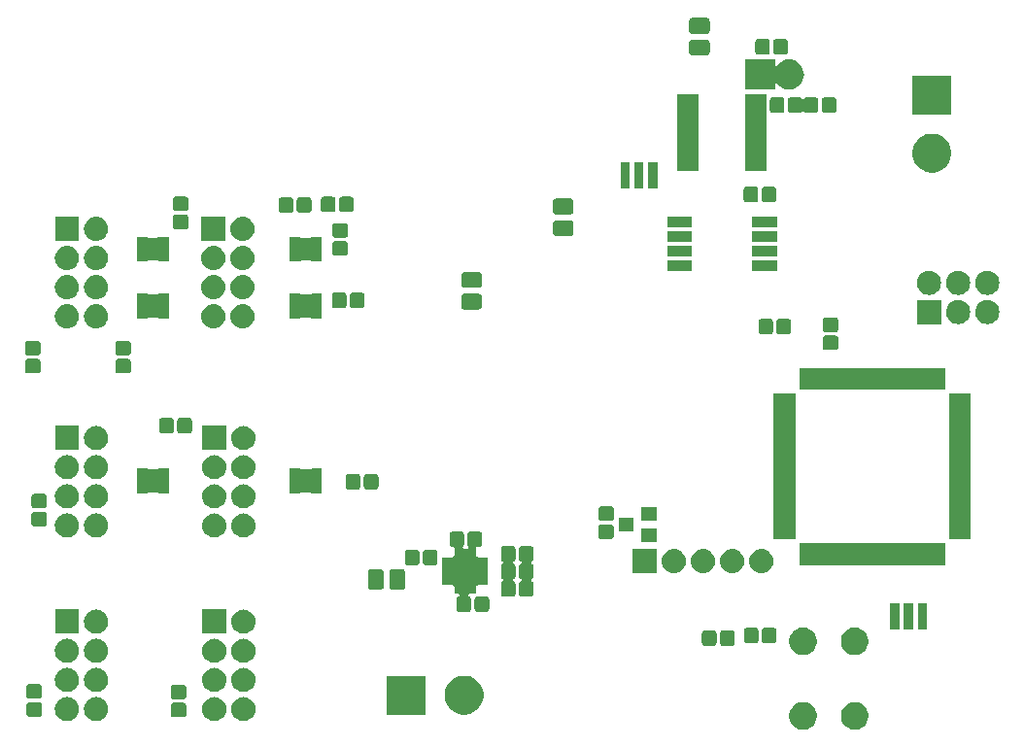
<source format=gbr>
G04 #@! TF.GenerationSoftware,KiCad,Pcbnew,(5.0.2)-1*
G04 #@! TF.CreationDate,2019-02-02T14:32:06-06:00*
G04 #@! TF.ProjectId,Motor test module,4d6f746f-7220-4746-9573-74206d6f6475,rev?*
G04 #@! TF.SameCoordinates,Original*
G04 #@! TF.FileFunction,Soldermask,Top*
G04 #@! TF.FilePolarity,Negative*
%FSLAX46Y46*%
G04 Gerber Fmt 4.6, Leading zero omitted, Abs format (unit mm)*
G04 Created by KiCad (PCBNEW (5.0.2)-1) date 2/2/2019 2:32:06 PM*
%MOMM*%
%LPD*%
G01*
G04 APERTURE LIST*
%ADD10C,0.100000*%
G04 APERTURE END LIST*
D10*
G36*
X166593026Y-126504115D02*
X166811412Y-126594573D01*
X167007958Y-126725901D01*
X167175099Y-126893042D01*
X167306427Y-127089588D01*
X167396885Y-127307974D01*
X167443000Y-127539809D01*
X167443000Y-127776191D01*
X167396885Y-128008026D01*
X167306427Y-128226412D01*
X167175099Y-128422958D01*
X167007958Y-128590099D01*
X166811412Y-128721427D01*
X166593026Y-128811885D01*
X166361191Y-128858000D01*
X166124809Y-128858000D01*
X165892974Y-128811885D01*
X165674588Y-128721427D01*
X165478042Y-128590099D01*
X165310901Y-128422958D01*
X165179573Y-128226412D01*
X165089115Y-128008026D01*
X165043000Y-127776191D01*
X165043000Y-127539809D01*
X165089115Y-127307974D01*
X165179573Y-127089588D01*
X165310901Y-126893042D01*
X165478042Y-126725901D01*
X165674588Y-126594573D01*
X165892974Y-126504115D01*
X166124809Y-126458000D01*
X166361191Y-126458000D01*
X166593026Y-126504115D01*
X166593026Y-126504115D01*
G37*
G36*
X162093026Y-126504115D02*
X162311412Y-126594573D01*
X162507958Y-126725901D01*
X162675099Y-126893042D01*
X162806427Y-127089588D01*
X162896885Y-127307974D01*
X162943000Y-127539809D01*
X162943000Y-127776191D01*
X162896885Y-128008026D01*
X162806427Y-128226412D01*
X162675099Y-128422958D01*
X162507958Y-128590099D01*
X162311412Y-128721427D01*
X162093026Y-128811885D01*
X161861191Y-128858000D01*
X161624809Y-128858000D01*
X161392974Y-128811885D01*
X161174588Y-128721427D01*
X160978042Y-128590099D01*
X160810901Y-128422958D01*
X160679573Y-128226412D01*
X160589115Y-128008026D01*
X160543000Y-127776191D01*
X160543000Y-127539809D01*
X160589115Y-127307974D01*
X160679573Y-127089588D01*
X160810901Y-126893042D01*
X160978042Y-126725901D01*
X161174588Y-126594573D01*
X161392974Y-126504115D01*
X161624809Y-126458000D01*
X161861191Y-126458000D01*
X162093026Y-126504115D01*
X162093026Y-126504115D01*
G37*
G36*
X113095207Y-126021097D02*
X113172336Y-126028693D01*
X113304287Y-126068720D01*
X113370263Y-126088733D01*
X113552672Y-126186233D01*
X113712554Y-126317446D01*
X113843767Y-126477328D01*
X113941267Y-126659737D01*
X113942029Y-126662250D01*
X114001307Y-126857664D01*
X114021580Y-127063500D01*
X114001307Y-127269336D01*
X113989586Y-127307974D01*
X113941267Y-127467263D01*
X113843767Y-127649672D01*
X113712554Y-127809554D01*
X113552672Y-127940767D01*
X113370263Y-128038267D01*
X113304287Y-128058280D01*
X113172336Y-128098307D01*
X113095207Y-128105904D01*
X113018080Y-128113500D01*
X112914920Y-128113500D01*
X112837793Y-128105904D01*
X112760664Y-128098307D01*
X112628713Y-128058280D01*
X112562737Y-128038267D01*
X112380328Y-127940767D01*
X112220446Y-127809554D01*
X112089233Y-127649672D01*
X111991733Y-127467263D01*
X111943414Y-127307974D01*
X111931693Y-127269336D01*
X111911420Y-127063500D01*
X111931693Y-126857664D01*
X111990971Y-126662250D01*
X111991733Y-126659737D01*
X112089233Y-126477328D01*
X112220446Y-126317446D01*
X112380328Y-126186233D01*
X112562737Y-126088733D01*
X112628713Y-126068720D01*
X112760664Y-126028693D01*
X112837793Y-126021097D01*
X112914920Y-126013500D01*
X113018080Y-126013500D01*
X113095207Y-126021097D01*
X113095207Y-126021097D01*
G37*
G36*
X97728207Y-126021097D02*
X97805336Y-126028693D01*
X97937287Y-126068720D01*
X98003263Y-126088733D01*
X98185672Y-126186233D01*
X98345554Y-126317446D01*
X98476767Y-126477328D01*
X98574267Y-126659737D01*
X98575029Y-126662250D01*
X98634307Y-126857664D01*
X98654580Y-127063500D01*
X98634307Y-127269336D01*
X98622586Y-127307974D01*
X98574267Y-127467263D01*
X98476767Y-127649672D01*
X98345554Y-127809554D01*
X98185672Y-127940767D01*
X98003263Y-128038267D01*
X97937287Y-128058280D01*
X97805336Y-128098307D01*
X97728207Y-128105904D01*
X97651080Y-128113500D01*
X97547920Y-128113500D01*
X97470793Y-128105904D01*
X97393664Y-128098307D01*
X97261713Y-128058280D01*
X97195737Y-128038267D01*
X97013328Y-127940767D01*
X96853446Y-127809554D01*
X96722233Y-127649672D01*
X96624733Y-127467263D01*
X96576414Y-127307974D01*
X96564693Y-127269336D01*
X96544420Y-127063500D01*
X96564693Y-126857664D01*
X96623971Y-126662250D01*
X96624733Y-126659737D01*
X96722233Y-126477328D01*
X96853446Y-126317446D01*
X97013328Y-126186233D01*
X97195737Y-126088733D01*
X97261713Y-126068720D01*
X97393664Y-126028693D01*
X97470793Y-126021097D01*
X97547920Y-126013500D01*
X97651080Y-126013500D01*
X97728207Y-126021097D01*
X97728207Y-126021097D01*
G37*
G36*
X100268207Y-126021097D02*
X100345336Y-126028693D01*
X100477287Y-126068720D01*
X100543263Y-126088733D01*
X100725672Y-126186233D01*
X100885554Y-126317446D01*
X101016767Y-126477328D01*
X101114267Y-126659737D01*
X101115029Y-126662250D01*
X101174307Y-126857664D01*
X101194580Y-127063500D01*
X101174307Y-127269336D01*
X101162586Y-127307974D01*
X101114267Y-127467263D01*
X101016767Y-127649672D01*
X100885554Y-127809554D01*
X100725672Y-127940767D01*
X100543263Y-128038267D01*
X100477287Y-128058280D01*
X100345336Y-128098307D01*
X100268207Y-128105904D01*
X100191080Y-128113500D01*
X100087920Y-128113500D01*
X100010793Y-128105904D01*
X99933664Y-128098307D01*
X99801713Y-128058280D01*
X99735737Y-128038267D01*
X99553328Y-127940767D01*
X99393446Y-127809554D01*
X99262233Y-127649672D01*
X99164733Y-127467263D01*
X99116414Y-127307974D01*
X99104693Y-127269336D01*
X99084420Y-127063500D01*
X99104693Y-126857664D01*
X99163971Y-126662250D01*
X99164733Y-126659737D01*
X99262233Y-126477328D01*
X99393446Y-126317446D01*
X99553328Y-126186233D01*
X99735737Y-126088733D01*
X99801713Y-126068720D01*
X99933664Y-126028693D01*
X100010793Y-126021097D01*
X100087920Y-126013500D01*
X100191080Y-126013500D01*
X100268207Y-126021097D01*
X100268207Y-126021097D01*
G37*
G36*
X110555207Y-126021097D02*
X110632336Y-126028693D01*
X110764287Y-126068720D01*
X110830263Y-126088733D01*
X111012672Y-126186233D01*
X111172554Y-126317446D01*
X111303767Y-126477328D01*
X111401267Y-126659737D01*
X111402029Y-126662250D01*
X111461307Y-126857664D01*
X111481580Y-127063500D01*
X111461307Y-127269336D01*
X111449586Y-127307974D01*
X111401267Y-127467263D01*
X111303767Y-127649672D01*
X111172554Y-127809554D01*
X111012672Y-127940767D01*
X110830263Y-128038267D01*
X110764287Y-128058280D01*
X110632336Y-128098307D01*
X110555207Y-128105904D01*
X110478080Y-128113500D01*
X110374920Y-128113500D01*
X110297793Y-128105904D01*
X110220664Y-128098307D01*
X110088713Y-128058280D01*
X110022737Y-128038267D01*
X109840328Y-127940767D01*
X109680446Y-127809554D01*
X109549233Y-127649672D01*
X109451733Y-127467263D01*
X109403414Y-127307974D01*
X109391693Y-127269336D01*
X109371420Y-127063500D01*
X109391693Y-126857664D01*
X109450971Y-126662250D01*
X109451733Y-126659737D01*
X109549233Y-126477328D01*
X109680446Y-126317446D01*
X109840328Y-126186233D01*
X110022737Y-126088733D01*
X110088713Y-126068720D01*
X110220664Y-126028693D01*
X110297793Y-126021097D01*
X110374920Y-126013500D01*
X110478080Y-126013500D01*
X110555207Y-126021097D01*
X110555207Y-126021097D01*
G37*
G36*
X107783622Y-126520517D02*
X107831585Y-126535066D01*
X107875775Y-126558686D01*
X107914518Y-126590482D01*
X107946314Y-126629225D01*
X107969934Y-126673415D01*
X107984483Y-126721378D01*
X107990000Y-126777391D01*
X107990000Y-127527609D01*
X107984483Y-127583622D01*
X107969934Y-127631585D01*
X107946314Y-127675775D01*
X107914518Y-127714518D01*
X107875775Y-127746314D01*
X107831585Y-127769934D01*
X107783622Y-127784483D01*
X107727609Y-127790000D01*
X106902391Y-127790000D01*
X106846378Y-127784483D01*
X106798415Y-127769934D01*
X106754225Y-127746314D01*
X106715482Y-127714518D01*
X106683686Y-127675775D01*
X106660066Y-127631585D01*
X106645517Y-127583622D01*
X106640000Y-127527609D01*
X106640000Y-126777391D01*
X106645517Y-126721378D01*
X106660066Y-126673415D01*
X106683686Y-126629225D01*
X106715482Y-126590482D01*
X106754225Y-126558686D01*
X106798415Y-126535066D01*
X106846378Y-126520517D01*
X106902391Y-126515000D01*
X107727609Y-126515000D01*
X107783622Y-126520517D01*
X107783622Y-126520517D01*
G37*
G36*
X95210622Y-126469617D02*
X95258585Y-126484166D01*
X95302775Y-126507786D01*
X95341518Y-126539582D01*
X95373314Y-126578325D01*
X95396934Y-126622515D01*
X95411483Y-126670478D01*
X95417000Y-126726491D01*
X95417000Y-127476709D01*
X95411483Y-127532722D01*
X95396934Y-127580685D01*
X95373314Y-127624875D01*
X95341518Y-127663618D01*
X95302775Y-127695414D01*
X95258585Y-127719034D01*
X95210622Y-127733583D01*
X95154609Y-127739100D01*
X94329391Y-127739100D01*
X94273378Y-127733583D01*
X94225415Y-127719034D01*
X94181225Y-127695414D01*
X94142482Y-127663618D01*
X94110686Y-127624875D01*
X94087066Y-127580685D01*
X94072517Y-127532722D01*
X94067000Y-127476709D01*
X94067000Y-126726491D01*
X94072517Y-126670478D01*
X94087066Y-126622515D01*
X94110686Y-126578325D01*
X94142482Y-126539582D01*
X94181225Y-126507786D01*
X94225415Y-126484166D01*
X94273378Y-126469617D01*
X94329391Y-126464100D01*
X95154609Y-126464100D01*
X95210622Y-126469617D01*
X95210622Y-126469617D01*
G37*
G36*
X128827000Y-127557000D02*
X125427000Y-127557000D01*
X125427000Y-124157000D01*
X128827000Y-124157000D01*
X128827000Y-127557000D01*
X128827000Y-127557000D01*
G37*
G36*
X132593393Y-124200553D02*
X132702872Y-124222330D01*
X133012252Y-124350479D01*
X133290687Y-124536523D01*
X133527477Y-124773313D01*
X133713521Y-125051748D01*
X133841670Y-125361128D01*
X133841670Y-125361129D01*
X133907000Y-125689563D01*
X133907000Y-126024437D01*
X133873921Y-126190737D01*
X133841670Y-126352872D01*
X133713521Y-126662252D01*
X133527477Y-126940687D01*
X133290687Y-127177477D01*
X133012252Y-127363521D01*
X132702872Y-127491670D01*
X132593393Y-127513447D01*
X132374437Y-127557000D01*
X132039563Y-127557000D01*
X131820607Y-127513447D01*
X131711128Y-127491670D01*
X131401748Y-127363521D01*
X131123313Y-127177477D01*
X130886523Y-126940687D01*
X130700479Y-126662252D01*
X130572330Y-126352872D01*
X130540079Y-126190737D01*
X130507000Y-126024437D01*
X130507000Y-125689563D01*
X130572330Y-125361129D01*
X130572330Y-125361128D01*
X130700479Y-125051748D01*
X130886523Y-124773313D01*
X131123313Y-124536523D01*
X131401748Y-124350479D01*
X131711128Y-124222330D01*
X131820607Y-124200553D01*
X132039563Y-124157000D01*
X132374437Y-124157000D01*
X132593393Y-124200553D01*
X132593393Y-124200553D01*
G37*
G36*
X107783622Y-124945517D02*
X107831585Y-124960066D01*
X107875775Y-124983686D01*
X107914518Y-125015482D01*
X107946314Y-125054225D01*
X107969934Y-125098415D01*
X107984483Y-125146378D01*
X107990000Y-125202391D01*
X107990000Y-125952609D01*
X107984483Y-126008622D01*
X107969934Y-126056585D01*
X107946314Y-126100775D01*
X107914518Y-126139518D01*
X107875775Y-126171314D01*
X107831585Y-126194934D01*
X107783622Y-126209483D01*
X107727609Y-126215000D01*
X106902391Y-126215000D01*
X106846378Y-126209483D01*
X106798415Y-126194934D01*
X106754225Y-126171314D01*
X106715482Y-126139518D01*
X106683686Y-126100775D01*
X106660066Y-126056585D01*
X106645517Y-126008622D01*
X106640000Y-125952609D01*
X106640000Y-125202391D01*
X106645517Y-125146378D01*
X106660066Y-125098415D01*
X106683686Y-125054225D01*
X106715482Y-125015482D01*
X106754225Y-124983686D01*
X106798415Y-124960066D01*
X106846378Y-124945517D01*
X106902391Y-124940000D01*
X107727609Y-124940000D01*
X107783622Y-124945517D01*
X107783622Y-124945517D01*
G37*
G36*
X95210622Y-124894617D02*
X95258585Y-124909166D01*
X95302775Y-124932786D01*
X95341518Y-124964582D01*
X95373314Y-125003325D01*
X95396934Y-125047515D01*
X95411483Y-125095478D01*
X95417000Y-125151491D01*
X95417000Y-125901709D01*
X95411483Y-125957722D01*
X95396934Y-126005685D01*
X95373314Y-126049875D01*
X95341518Y-126088618D01*
X95302775Y-126120414D01*
X95258585Y-126144034D01*
X95210622Y-126158583D01*
X95154609Y-126164100D01*
X94329391Y-126164100D01*
X94273378Y-126158583D01*
X94225415Y-126144034D01*
X94181225Y-126120414D01*
X94142482Y-126088618D01*
X94110686Y-126049875D01*
X94087066Y-126005685D01*
X94072517Y-125957722D01*
X94067000Y-125901709D01*
X94067000Y-125151491D01*
X94072517Y-125095478D01*
X94087066Y-125047515D01*
X94110686Y-125003325D01*
X94142482Y-124964582D01*
X94181225Y-124932786D01*
X94225415Y-124909166D01*
X94273378Y-124894617D01*
X94329391Y-124889100D01*
X95154609Y-124889100D01*
X95210622Y-124894617D01*
X95210622Y-124894617D01*
G37*
G36*
X113095207Y-123481097D02*
X113172336Y-123488693D01*
X113304287Y-123528720D01*
X113370263Y-123548733D01*
X113552672Y-123646233D01*
X113712554Y-123777446D01*
X113843767Y-123937328D01*
X113941267Y-124119737D01*
X113941267Y-124119738D01*
X114001307Y-124317664D01*
X114021580Y-124523500D01*
X114001307Y-124729336D01*
X113961280Y-124861287D01*
X113941267Y-124927263D01*
X113843767Y-125109672D01*
X113712554Y-125269554D01*
X113552672Y-125400767D01*
X113370263Y-125498267D01*
X113304287Y-125518280D01*
X113172336Y-125558307D01*
X113095207Y-125565904D01*
X113018080Y-125573500D01*
X112914920Y-125573500D01*
X112837793Y-125565904D01*
X112760664Y-125558307D01*
X112628713Y-125518280D01*
X112562737Y-125498267D01*
X112380328Y-125400767D01*
X112220446Y-125269554D01*
X112089233Y-125109672D01*
X111991733Y-124927263D01*
X111971720Y-124861287D01*
X111931693Y-124729336D01*
X111911420Y-124523500D01*
X111931693Y-124317664D01*
X111991733Y-124119738D01*
X111991733Y-124119737D01*
X112089233Y-123937328D01*
X112220446Y-123777446D01*
X112380328Y-123646233D01*
X112562737Y-123548733D01*
X112628713Y-123528720D01*
X112760664Y-123488693D01*
X112837793Y-123481097D01*
X112914920Y-123473500D01*
X113018080Y-123473500D01*
X113095207Y-123481097D01*
X113095207Y-123481097D01*
G37*
G36*
X97728207Y-123481097D02*
X97805336Y-123488693D01*
X97937287Y-123528720D01*
X98003263Y-123548733D01*
X98185672Y-123646233D01*
X98345554Y-123777446D01*
X98476767Y-123937328D01*
X98574267Y-124119737D01*
X98574267Y-124119738D01*
X98634307Y-124317664D01*
X98654580Y-124523500D01*
X98634307Y-124729336D01*
X98594280Y-124861287D01*
X98574267Y-124927263D01*
X98476767Y-125109672D01*
X98345554Y-125269554D01*
X98185672Y-125400767D01*
X98003263Y-125498267D01*
X97937287Y-125518280D01*
X97805336Y-125558307D01*
X97728207Y-125565904D01*
X97651080Y-125573500D01*
X97547920Y-125573500D01*
X97470793Y-125565904D01*
X97393664Y-125558307D01*
X97261713Y-125518280D01*
X97195737Y-125498267D01*
X97013328Y-125400767D01*
X96853446Y-125269554D01*
X96722233Y-125109672D01*
X96624733Y-124927263D01*
X96604720Y-124861287D01*
X96564693Y-124729336D01*
X96544420Y-124523500D01*
X96564693Y-124317664D01*
X96624733Y-124119738D01*
X96624733Y-124119737D01*
X96722233Y-123937328D01*
X96853446Y-123777446D01*
X97013328Y-123646233D01*
X97195737Y-123548733D01*
X97261713Y-123528720D01*
X97393664Y-123488693D01*
X97470793Y-123481097D01*
X97547920Y-123473500D01*
X97651080Y-123473500D01*
X97728207Y-123481097D01*
X97728207Y-123481097D01*
G37*
G36*
X100268207Y-123481097D02*
X100345336Y-123488693D01*
X100477287Y-123528720D01*
X100543263Y-123548733D01*
X100725672Y-123646233D01*
X100885554Y-123777446D01*
X101016767Y-123937328D01*
X101114267Y-124119737D01*
X101114267Y-124119738D01*
X101174307Y-124317664D01*
X101194580Y-124523500D01*
X101174307Y-124729336D01*
X101134280Y-124861287D01*
X101114267Y-124927263D01*
X101016767Y-125109672D01*
X100885554Y-125269554D01*
X100725672Y-125400767D01*
X100543263Y-125498267D01*
X100477287Y-125518280D01*
X100345336Y-125558307D01*
X100268207Y-125565904D01*
X100191080Y-125573500D01*
X100087920Y-125573500D01*
X100010793Y-125565904D01*
X99933664Y-125558307D01*
X99801713Y-125518280D01*
X99735737Y-125498267D01*
X99553328Y-125400767D01*
X99393446Y-125269554D01*
X99262233Y-125109672D01*
X99164733Y-124927263D01*
X99144720Y-124861287D01*
X99104693Y-124729336D01*
X99084420Y-124523500D01*
X99104693Y-124317664D01*
X99164733Y-124119738D01*
X99164733Y-124119737D01*
X99262233Y-123937328D01*
X99393446Y-123777446D01*
X99553328Y-123646233D01*
X99735737Y-123548733D01*
X99801713Y-123528720D01*
X99933664Y-123488693D01*
X100010793Y-123481097D01*
X100087920Y-123473500D01*
X100191080Y-123473500D01*
X100268207Y-123481097D01*
X100268207Y-123481097D01*
G37*
G36*
X110555207Y-123481097D02*
X110632336Y-123488693D01*
X110764287Y-123528720D01*
X110830263Y-123548733D01*
X111012672Y-123646233D01*
X111172554Y-123777446D01*
X111303767Y-123937328D01*
X111401267Y-124119737D01*
X111401267Y-124119738D01*
X111461307Y-124317664D01*
X111481580Y-124523500D01*
X111461307Y-124729336D01*
X111421280Y-124861287D01*
X111401267Y-124927263D01*
X111303767Y-125109672D01*
X111172554Y-125269554D01*
X111012672Y-125400767D01*
X110830263Y-125498267D01*
X110764287Y-125518280D01*
X110632336Y-125558307D01*
X110555207Y-125565904D01*
X110478080Y-125573500D01*
X110374920Y-125573500D01*
X110297793Y-125565904D01*
X110220664Y-125558307D01*
X110088713Y-125518280D01*
X110022737Y-125498267D01*
X109840328Y-125400767D01*
X109680446Y-125269554D01*
X109549233Y-125109672D01*
X109451733Y-124927263D01*
X109431720Y-124861287D01*
X109391693Y-124729336D01*
X109371420Y-124523500D01*
X109391693Y-124317664D01*
X109451733Y-124119738D01*
X109451733Y-124119737D01*
X109549233Y-123937328D01*
X109680446Y-123777446D01*
X109840328Y-123646233D01*
X110022737Y-123548733D01*
X110088713Y-123528720D01*
X110220664Y-123488693D01*
X110297793Y-123481097D01*
X110374920Y-123473500D01*
X110478080Y-123473500D01*
X110555207Y-123481097D01*
X110555207Y-123481097D01*
G37*
G36*
X110555207Y-120941096D02*
X110632336Y-120948693D01*
X110764287Y-120988720D01*
X110830263Y-121008733D01*
X111012672Y-121106233D01*
X111172554Y-121237446D01*
X111303767Y-121397328D01*
X111401267Y-121579737D01*
X111401267Y-121579738D01*
X111461307Y-121777664D01*
X111481580Y-121983500D01*
X111461307Y-122189336D01*
X111451572Y-122221427D01*
X111401267Y-122387263D01*
X111303767Y-122569672D01*
X111172554Y-122729554D01*
X111012672Y-122860767D01*
X110830263Y-122958267D01*
X110764287Y-122978280D01*
X110632336Y-123018307D01*
X110555207Y-123025904D01*
X110478080Y-123033500D01*
X110374920Y-123033500D01*
X110297793Y-123025904D01*
X110220664Y-123018307D01*
X110088713Y-122978280D01*
X110022737Y-122958267D01*
X109840328Y-122860767D01*
X109680446Y-122729554D01*
X109549233Y-122569672D01*
X109451733Y-122387263D01*
X109401428Y-122221427D01*
X109391693Y-122189336D01*
X109371420Y-121983500D01*
X109391693Y-121777664D01*
X109451733Y-121579738D01*
X109451733Y-121579737D01*
X109549233Y-121397328D01*
X109680446Y-121237446D01*
X109840328Y-121106233D01*
X110022737Y-121008733D01*
X110088713Y-120988720D01*
X110220664Y-120948693D01*
X110297793Y-120941096D01*
X110374920Y-120933500D01*
X110478080Y-120933500D01*
X110555207Y-120941096D01*
X110555207Y-120941096D01*
G37*
G36*
X113095207Y-120941096D02*
X113172336Y-120948693D01*
X113304287Y-120988720D01*
X113370263Y-121008733D01*
X113552672Y-121106233D01*
X113712554Y-121237446D01*
X113843767Y-121397328D01*
X113941267Y-121579737D01*
X113941267Y-121579738D01*
X114001307Y-121777664D01*
X114021580Y-121983500D01*
X114001307Y-122189336D01*
X113991572Y-122221427D01*
X113941267Y-122387263D01*
X113843767Y-122569672D01*
X113712554Y-122729554D01*
X113552672Y-122860767D01*
X113370263Y-122958267D01*
X113304287Y-122978280D01*
X113172336Y-123018307D01*
X113095207Y-123025904D01*
X113018080Y-123033500D01*
X112914920Y-123033500D01*
X112837793Y-123025904D01*
X112760664Y-123018307D01*
X112628713Y-122978280D01*
X112562737Y-122958267D01*
X112380328Y-122860767D01*
X112220446Y-122729554D01*
X112089233Y-122569672D01*
X111991733Y-122387263D01*
X111941428Y-122221427D01*
X111931693Y-122189336D01*
X111911420Y-121983500D01*
X111931693Y-121777664D01*
X111991733Y-121579738D01*
X111991733Y-121579737D01*
X112089233Y-121397328D01*
X112220446Y-121237446D01*
X112380328Y-121106233D01*
X112562737Y-121008733D01*
X112628713Y-120988720D01*
X112760664Y-120948693D01*
X112837793Y-120941096D01*
X112914920Y-120933500D01*
X113018080Y-120933500D01*
X113095207Y-120941096D01*
X113095207Y-120941096D01*
G37*
G36*
X100268207Y-120941096D02*
X100345336Y-120948693D01*
X100477287Y-120988720D01*
X100543263Y-121008733D01*
X100725672Y-121106233D01*
X100885554Y-121237446D01*
X101016767Y-121397328D01*
X101114267Y-121579737D01*
X101114267Y-121579738D01*
X101174307Y-121777664D01*
X101194580Y-121983500D01*
X101174307Y-122189336D01*
X101164572Y-122221427D01*
X101114267Y-122387263D01*
X101016767Y-122569672D01*
X100885554Y-122729554D01*
X100725672Y-122860767D01*
X100543263Y-122958267D01*
X100477287Y-122978280D01*
X100345336Y-123018307D01*
X100268207Y-123025904D01*
X100191080Y-123033500D01*
X100087920Y-123033500D01*
X100010793Y-123025904D01*
X99933664Y-123018307D01*
X99801713Y-122978280D01*
X99735737Y-122958267D01*
X99553328Y-122860767D01*
X99393446Y-122729554D01*
X99262233Y-122569672D01*
X99164733Y-122387263D01*
X99114428Y-122221427D01*
X99104693Y-122189336D01*
X99084420Y-121983500D01*
X99104693Y-121777664D01*
X99164733Y-121579738D01*
X99164733Y-121579737D01*
X99262233Y-121397328D01*
X99393446Y-121237446D01*
X99553328Y-121106233D01*
X99735737Y-121008733D01*
X99801713Y-120988720D01*
X99933664Y-120948693D01*
X100010793Y-120941096D01*
X100087920Y-120933500D01*
X100191080Y-120933500D01*
X100268207Y-120941096D01*
X100268207Y-120941096D01*
G37*
G36*
X97728207Y-120941096D02*
X97805336Y-120948693D01*
X97937287Y-120988720D01*
X98003263Y-121008733D01*
X98185672Y-121106233D01*
X98345554Y-121237446D01*
X98476767Y-121397328D01*
X98574267Y-121579737D01*
X98574267Y-121579738D01*
X98634307Y-121777664D01*
X98654580Y-121983500D01*
X98634307Y-122189336D01*
X98624572Y-122221427D01*
X98574267Y-122387263D01*
X98476767Y-122569672D01*
X98345554Y-122729554D01*
X98185672Y-122860767D01*
X98003263Y-122958267D01*
X97937287Y-122978280D01*
X97805336Y-123018307D01*
X97728207Y-123025904D01*
X97651080Y-123033500D01*
X97547920Y-123033500D01*
X97470793Y-123025904D01*
X97393664Y-123018307D01*
X97261713Y-122978280D01*
X97195737Y-122958267D01*
X97013328Y-122860767D01*
X96853446Y-122729554D01*
X96722233Y-122569672D01*
X96624733Y-122387263D01*
X96574428Y-122221427D01*
X96564693Y-122189336D01*
X96544420Y-121983500D01*
X96564693Y-121777664D01*
X96624733Y-121579738D01*
X96624733Y-121579737D01*
X96722233Y-121397328D01*
X96853446Y-121237446D01*
X97013328Y-121106233D01*
X97195737Y-121008733D01*
X97261713Y-120988720D01*
X97393664Y-120948693D01*
X97470793Y-120941096D01*
X97547920Y-120933500D01*
X97651080Y-120933500D01*
X97728207Y-120941096D01*
X97728207Y-120941096D01*
G37*
G36*
X166593026Y-120004115D02*
X166811412Y-120094573D01*
X167007958Y-120225901D01*
X167175099Y-120393042D01*
X167306427Y-120589588D01*
X167396885Y-120807974D01*
X167443000Y-121039809D01*
X167443000Y-121276191D01*
X167396885Y-121508026D01*
X167306427Y-121726412D01*
X167175099Y-121922958D01*
X167007958Y-122090099D01*
X166811412Y-122221427D01*
X166593026Y-122311885D01*
X166361191Y-122358000D01*
X166124809Y-122358000D01*
X165892974Y-122311885D01*
X165674588Y-122221427D01*
X165478042Y-122090099D01*
X165310901Y-121922958D01*
X165179573Y-121726412D01*
X165089115Y-121508026D01*
X165043000Y-121276191D01*
X165043000Y-121039809D01*
X165089115Y-120807974D01*
X165179573Y-120589588D01*
X165310901Y-120393042D01*
X165478042Y-120225901D01*
X165674588Y-120094573D01*
X165892974Y-120004115D01*
X166124809Y-119958000D01*
X166361191Y-119958000D01*
X166593026Y-120004115D01*
X166593026Y-120004115D01*
G37*
G36*
X162093026Y-120004115D02*
X162311412Y-120094573D01*
X162507958Y-120225901D01*
X162675099Y-120393042D01*
X162806427Y-120589588D01*
X162896885Y-120807974D01*
X162943000Y-121039809D01*
X162943000Y-121276191D01*
X162896885Y-121508026D01*
X162806427Y-121726412D01*
X162675099Y-121922958D01*
X162507958Y-122090099D01*
X162311412Y-122221427D01*
X162093026Y-122311885D01*
X161861191Y-122358000D01*
X161624809Y-122358000D01*
X161392974Y-122311885D01*
X161174588Y-122221427D01*
X160978042Y-122090099D01*
X160810901Y-121922958D01*
X160679573Y-121726412D01*
X160589115Y-121508026D01*
X160543000Y-121276191D01*
X160543000Y-121039809D01*
X160589115Y-120807974D01*
X160679573Y-120589588D01*
X160810901Y-120393042D01*
X160978042Y-120225901D01*
X161174588Y-120094573D01*
X161392974Y-120004115D01*
X161624809Y-119958000D01*
X161861191Y-119958000D01*
X162093026Y-120004115D01*
X162093026Y-120004115D01*
G37*
G36*
X155574523Y-120209117D02*
X155622486Y-120223666D01*
X155666676Y-120247286D01*
X155705419Y-120279082D01*
X155737215Y-120317825D01*
X155760835Y-120362015D01*
X155775384Y-120409978D01*
X155780901Y-120465991D01*
X155780901Y-121291209D01*
X155775384Y-121347222D01*
X155760835Y-121395185D01*
X155737215Y-121439375D01*
X155705419Y-121478118D01*
X155666676Y-121509914D01*
X155622486Y-121533534D01*
X155574523Y-121548083D01*
X155518510Y-121553600D01*
X154768292Y-121553600D01*
X154712279Y-121548083D01*
X154664316Y-121533534D01*
X154620126Y-121509914D01*
X154581383Y-121478118D01*
X154549587Y-121439375D01*
X154525967Y-121395185D01*
X154511418Y-121347222D01*
X154505901Y-121291209D01*
X154505901Y-120465991D01*
X154511418Y-120409978D01*
X154525967Y-120362015D01*
X154549587Y-120317825D01*
X154581383Y-120279082D01*
X154620126Y-120247286D01*
X154664316Y-120223666D01*
X154712279Y-120209117D01*
X154768292Y-120203600D01*
X155518510Y-120203600D01*
X155574523Y-120209117D01*
X155574523Y-120209117D01*
G37*
G36*
X153999523Y-120209117D02*
X154047486Y-120223666D01*
X154091676Y-120247286D01*
X154130419Y-120279082D01*
X154162215Y-120317825D01*
X154185835Y-120362015D01*
X154200384Y-120409978D01*
X154205901Y-120465991D01*
X154205901Y-121291209D01*
X154200384Y-121347222D01*
X154185835Y-121395185D01*
X154162215Y-121439375D01*
X154130419Y-121478118D01*
X154091676Y-121509914D01*
X154047486Y-121533534D01*
X153999523Y-121548083D01*
X153943510Y-121553600D01*
X153193292Y-121553600D01*
X153137279Y-121548083D01*
X153089316Y-121533534D01*
X153045126Y-121509914D01*
X153006383Y-121478118D01*
X152974587Y-121439375D01*
X152950967Y-121395185D01*
X152936418Y-121347222D01*
X152930901Y-121291209D01*
X152930901Y-120465991D01*
X152936418Y-120409978D01*
X152950967Y-120362015D01*
X152974587Y-120317825D01*
X153006383Y-120279082D01*
X153045126Y-120247286D01*
X153089316Y-120223666D01*
X153137279Y-120209117D01*
X153193292Y-120203600D01*
X153943510Y-120203600D01*
X153999523Y-120209117D01*
X153999523Y-120209117D01*
G37*
G36*
X159232122Y-119980517D02*
X159280085Y-119995066D01*
X159324275Y-120018686D01*
X159363018Y-120050482D01*
X159394814Y-120089225D01*
X159418434Y-120133415D01*
X159432983Y-120181378D01*
X159438500Y-120237391D01*
X159438500Y-121062609D01*
X159432983Y-121118622D01*
X159418434Y-121166585D01*
X159394814Y-121210775D01*
X159363018Y-121249518D01*
X159324275Y-121281314D01*
X159280085Y-121304934D01*
X159232122Y-121319483D01*
X159176109Y-121325000D01*
X158425891Y-121325000D01*
X158369878Y-121319483D01*
X158321915Y-121304934D01*
X158277725Y-121281314D01*
X158238982Y-121249518D01*
X158207186Y-121210775D01*
X158183566Y-121166585D01*
X158169017Y-121118622D01*
X158163500Y-121062609D01*
X158163500Y-120237391D01*
X158169017Y-120181378D01*
X158183566Y-120133415D01*
X158207186Y-120089225D01*
X158238982Y-120050482D01*
X158277725Y-120018686D01*
X158321915Y-119995066D01*
X158369878Y-119980517D01*
X158425891Y-119975000D01*
X159176109Y-119975000D01*
X159232122Y-119980517D01*
X159232122Y-119980517D01*
G37*
G36*
X157657122Y-119980517D02*
X157705085Y-119995066D01*
X157749275Y-120018686D01*
X157788018Y-120050482D01*
X157819814Y-120089225D01*
X157843434Y-120133415D01*
X157857983Y-120181378D01*
X157863500Y-120237391D01*
X157863500Y-121062609D01*
X157857983Y-121118622D01*
X157843434Y-121166585D01*
X157819814Y-121210775D01*
X157788018Y-121249518D01*
X157749275Y-121281314D01*
X157705085Y-121304934D01*
X157657122Y-121319483D01*
X157601109Y-121325000D01*
X156850891Y-121325000D01*
X156794878Y-121319483D01*
X156746915Y-121304934D01*
X156702725Y-121281314D01*
X156663982Y-121249518D01*
X156632186Y-121210775D01*
X156608566Y-121166585D01*
X156594017Y-121118622D01*
X156588500Y-121062609D01*
X156588500Y-120237391D01*
X156594017Y-120181378D01*
X156608566Y-120133415D01*
X156632186Y-120089225D01*
X156663982Y-120050482D01*
X156702725Y-120018686D01*
X156746915Y-119995066D01*
X156794878Y-119980517D01*
X156850891Y-119975000D01*
X157601109Y-119975000D01*
X157657122Y-119980517D01*
X157657122Y-119980517D01*
G37*
G36*
X113095207Y-118401097D02*
X113172336Y-118408693D01*
X113304287Y-118448720D01*
X113370263Y-118468733D01*
X113552672Y-118566233D01*
X113712554Y-118697446D01*
X113843767Y-118857328D01*
X113941267Y-119039737D01*
X113941267Y-119039738D01*
X114001307Y-119237664D01*
X114021580Y-119443500D01*
X114001307Y-119649336D01*
X113961280Y-119781287D01*
X113941267Y-119847263D01*
X113843767Y-120029672D01*
X113712554Y-120189554D01*
X113552672Y-120320767D01*
X113370263Y-120418267D01*
X113304287Y-120438280D01*
X113172336Y-120478307D01*
X113095207Y-120485904D01*
X113018080Y-120493500D01*
X112914920Y-120493500D01*
X112837793Y-120485904D01*
X112760664Y-120478307D01*
X112628713Y-120438280D01*
X112562737Y-120418267D01*
X112380328Y-120320767D01*
X112220446Y-120189554D01*
X112089233Y-120029672D01*
X111991733Y-119847263D01*
X111971720Y-119781287D01*
X111931693Y-119649336D01*
X111911420Y-119443500D01*
X111931693Y-119237664D01*
X111991733Y-119039738D01*
X111991733Y-119039737D01*
X112089233Y-118857328D01*
X112220446Y-118697446D01*
X112380328Y-118566233D01*
X112562737Y-118468733D01*
X112628713Y-118448720D01*
X112760664Y-118408693D01*
X112837793Y-118401097D01*
X112914920Y-118393500D01*
X113018080Y-118393500D01*
X113095207Y-118401097D01*
X113095207Y-118401097D01*
G37*
G36*
X100268207Y-118401097D02*
X100345336Y-118408693D01*
X100477287Y-118448720D01*
X100543263Y-118468733D01*
X100725672Y-118566233D01*
X100885554Y-118697446D01*
X101016767Y-118857328D01*
X101114267Y-119039737D01*
X101114267Y-119039738D01*
X101174307Y-119237664D01*
X101194580Y-119443500D01*
X101174307Y-119649336D01*
X101134280Y-119781287D01*
X101114267Y-119847263D01*
X101016767Y-120029672D01*
X100885554Y-120189554D01*
X100725672Y-120320767D01*
X100543263Y-120418267D01*
X100477287Y-120438280D01*
X100345336Y-120478307D01*
X100268207Y-120485904D01*
X100191080Y-120493500D01*
X100087920Y-120493500D01*
X100010793Y-120485904D01*
X99933664Y-120478307D01*
X99801713Y-120438280D01*
X99735737Y-120418267D01*
X99553328Y-120320767D01*
X99393446Y-120189554D01*
X99262233Y-120029672D01*
X99164733Y-119847263D01*
X99144720Y-119781287D01*
X99104693Y-119649336D01*
X99084420Y-119443500D01*
X99104693Y-119237664D01*
X99164733Y-119039738D01*
X99164733Y-119039737D01*
X99262233Y-118857328D01*
X99393446Y-118697446D01*
X99553328Y-118566233D01*
X99735737Y-118468733D01*
X99801713Y-118448720D01*
X99933664Y-118408693D01*
X100010793Y-118401097D01*
X100087920Y-118393500D01*
X100191080Y-118393500D01*
X100268207Y-118401097D01*
X100268207Y-118401097D01*
G37*
G36*
X98649500Y-120493500D02*
X96549500Y-120493500D01*
X96549500Y-118393500D01*
X98649500Y-118393500D01*
X98649500Y-120493500D01*
X98649500Y-120493500D01*
G37*
G36*
X111476500Y-120493500D02*
X109376500Y-120493500D01*
X109376500Y-118393500D01*
X111476500Y-118393500D01*
X111476500Y-120493500D01*
X111476500Y-120493500D01*
G37*
G36*
X170142000Y-120149000D02*
X169342000Y-120149000D01*
X169342000Y-117849000D01*
X170142000Y-117849000D01*
X170142000Y-120149000D01*
X170142000Y-120149000D01*
G37*
G36*
X171342000Y-120149000D02*
X170542000Y-120149000D01*
X170542000Y-117849000D01*
X171342000Y-117849000D01*
X171342000Y-120149000D01*
X171342000Y-120149000D01*
G37*
G36*
X172542000Y-120149000D02*
X171742000Y-120149000D01*
X171742000Y-117849000D01*
X172542000Y-117849000D01*
X172542000Y-120149000D01*
X172542000Y-120149000D01*
G37*
G36*
X132003122Y-111598517D02*
X132051085Y-111613066D01*
X132095275Y-111636686D01*
X132134018Y-111668482D01*
X132165814Y-111707225D01*
X132189434Y-111751415D01*
X132203983Y-111799378D01*
X132209500Y-111855391D01*
X132209500Y-112680609D01*
X132203983Y-112736622D01*
X132189434Y-112784585D01*
X132165812Y-112828779D01*
X132134690Y-112866700D01*
X132121075Y-112887074D01*
X132111698Y-112909713D01*
X132106917Y-112933747D01*
X132106917Y-112958251D01*
X132111697Y-112982284D01*
X132121074Y-113004923D01*
X132134688Y-113025298D01*
X132152015Y-113042625D01*
X132172389Y-113056240D01*
X132195028Y-113065617D01*
X132219062Y-113070398D01*
X132231315Y-113071000D01*
X132487685Y-113071000D01*
X132512071Y-113068598D01*
X132535520Y-113061485D01*
X132557131Y-113049934D01*
X132576073Y-113034388D01*
X132591619Y-113015446D01*
X132603170Y-112993835D01*
X132610283Y-112970386D01*
X132612685Y-112946000D01*
X132610283Y-112921614D01*
X132603170Y-112898165D01*
X132591619Y-112876554D01*
X132584310Y-112866700D01*
X132553188Y-112828779D01*
X132529566Y-112784585D01*
X132515017Y-112736622D01*
X132509500Y-112680609D01*
X132509500Y-111855391D01*
X132515017Y-111799378D01*
X132529566Y-111751415D01*
X132553186Y-111707225D01*
X132584982Y-111668482D01*
X132623725Y-111636686D01*
X132667915Y-111613066D01*
X132715878Y-111598517D01*
X132771891Y-111593000D01*
X133522109Y-111593000D01*
X133578122Y-111598517D01*
X133626085Y-111613066D01*
X133670275Y-111636686D01*
X133709018Y-111668482D01*
X133740814Y-111707225D01*
X133764434Y-111751415D01*
X133778983Y-111799378D01*
X133784500Y-111855391D01*
X133784500Y-112680609D01*
X133778983Y-112736622D01*
X133764434Y-112784585D01*
X133740814Y-112828775D01*
X133709018Y-112867518D01*
X133670275Y-112899314D01*
X133626085Y-112922934D01*
X133578122Y-112937483D01*
X133522109Y-112943000D01*
X133335000Y-112943000D01*
X133310614Y-112945402D01*
X133287165Y-112952515D01*
X133265554Y-112964066D01*
X133246612Y-112979612D01*
X133231066Y-112998554D01*
X133219515Y-113020165D01*
X133212402Y-113043614D01*
X133210000Y-113068000D01*
X133210000Y-113646000D01*
X133212402Y-113670386D01*
X133219515Y-113693835D01*
X133231066Y-113715446D01*
X133246612Y-113734388D01*
X133265554Y-113749934D01*
X133287165Y-113761485D01*
X133310614Y-113768598D01*
X133335000Y-113771000D01*
X133351017Y-113771000D01*
X133356066Y-113780446D01*
X133371612Y-113799388D01*
X133390554Y-113814934D01*
X133412165Y-113826485D01*
X133435614Y-113833598D01*
X133460000Y-113836000D01*
X134255000Y-113836000D01*
X134255000Y-114029552D01*
X134255601Y-114041790D01*
X134256016Y-114046000D01*
X134255601Y-114050210D01*
X134255000Y-114062448D01*
X134255000Y-114529552D01*
X134255601Y-114541790D01*
X134256016Y-114546000D01*
X134255601Y-114550210D01*
X134255000Y-114562448D01*
X134255000Y-115029552D01*
X134255601Y-115041790D01*
X134256016Y-115046000D01*
X134255601Y-115050210D01*
X134255000Y-115062448D01*
X134255000Y-115529552D01*
X134255601Y-115541790D01*
X134256016Y-115546000D01*
X134255601Y-115550210D01*
X134255000Y-115562448D01*
X134255000Y-116029552D01*
X134255601Y-116041790D01*
X134256016Y-116046000D01*
X134255601Y-116050210D01*
X134255000Y-116062448D01*
X134255000Y-116256000D01*
X133460000Y-116256000D01*
X133435614Y-116258402D01*
X133412165Y-116265515D01*
X133390554Y-116277066D01*
X133371612Y-116292612D01*
X133356066Y-116311554D01*
X133351017Y-116321000D01*
X133335000Y-116321000D01*
X133310614Y-116323402D01*
X133287165Y-116330515D01*
X133265554Y-116342066D01*
X133246612Y-116357612D01*
X133231066Y-116376554D01*
X133219515Y-116398165D01*
X133212402Y-116421614D01*
X133210000Y-116446000D01*
X133210000Y-117021000D01*
X132700337Y-117021000D01*
X132675951Y-117023402D01*
X132652502Y-117030515D01*
X132630891Y-117042066D01*
X132611949Y-117057612D01*
X132596403Y-117076554D01*
X132584852Y-117098165D01*
X132577739Y-117121614D01*
X132575337Y-117146000D01*
X132577739Y-117170386D01*
X132584852Y-117193835D01*
X132596403Y-117215446D01*
X132611949Y-117234388D01*
X132630891Y-117249934D01*
X132652502Y-117261485D01*
X132659515Y-117263994D01*
X132704775Y-117288186D01*
X132743518Y-117319982D01*
X132775314Y-117358725D01*
X132798934Y-117402915D01*
X132813483Y-117450878D01*
X132819000Y-117506891D01*
X132819000Y-118332109D01*
X132813483Y-118388122D01*
X132798934Y-118436085D01*
X132775314Y-118480275D01*
X132743518Y-118519018D01*
X132704775Y-118550814D01*
X132660585Y-118574434D01*
X132612622Y-118588983D01*
X132556609Y-118594500D01*
X131806391Y-118594500D01*
X131750378Y-118588983D01*
X131702415Y-118574434D01*
X131658225Y-118550814D01*
X131619482Y-118519018D01*
X131587686Y-118480275D01*
X131564066Y-118436085D01*
X131549517Y-118388122D01*
X131544000Y-118332109D01*
X131544000Y-117506891D01*
X131549517Y-117450878D01*
X131564066Y-117402915D01*
X131587686Y-117358725D01*
X131619482Y-117319982D01*
X131658225Y-117288186D01*
X131705613Y-117262857D01*
X131721586Y-117256241D01*
X131741961Y-117242627D01*
X131759288Y-117225300D01*
X131772902Y-117204926D01*
X131782280Y-117182287D01*
X131787061Y-117158254D01*
X131787061Y-117133749D01*
X131782281Y-117109716D01*
X131772904Y-117087077D01*
X131759290Y-117066702D01*
X131741963Y-117049375D01*
X131721589Y-117035761D01*
X131698950Y-117026383D01*
X131674917Y-117021602D01*
X131662663Y-117021000D01*
X131360000Y-117021000D01*
X131360000Y-116446000D01*
X131357598Y-116421614D01*
X131350485Y-116398165D01*
X131338934Y-116376554D01*
X131323388Y-116357612D01*
X131304446Y-116342066D01*
X131282835Y-116330515D01*
X131259386Y-116323402D01*
X131235000Y-116321000D01*
X131218983Y-116321000D01*
X131213934Y-116311554D01*
X131198388Y-116292612D01*
X131179446Y-116277066D01*
X131157835Y-116265515D01*
X131134386Y-116258402D01*
X131110000Y-116256000D01*
X130315000Y-116256000D01*
X130315000Y-116062448D01*
X130314399Y-116050210D01*
X130313984Y-116046000D01*
X130314399Y-116041790D01*
X130315000Y-116029552D01*
X130315000Y-115562448D01*
X130314399Y-115550210D01*
X130313984Y-115546000D01*
X130314399Y-115541790D01*
X130315000Y-115529552D01*
X130315000Y-115062448D01*
X130314399Y-115050210D01*
X130313984Y-115046000D01*
X130314399Y-115041790D01*
X130315000Y-115029552D01*
X130315000Y-114562448D01*
X130314399Y-114550210D01*
X130313984Y-114546000D01*
X130314399Y-114541790D01*
X130315000Y-114529552D01*
X130315000Y-114062448D01*
X130314399Y-114050210D01*
X130313984Y-114046000D01*
X130314399Y-114041790D01*
X130315000Y-114029552D01*
X130315000Y-113836000D01*
X131110000Y-113836000D01*
X131134386Y-113833598D01*
X131157835Y-113826485D01*
X131179446Y-113814934D01*
X131198388Y-113799388D01*
X131213934Y-113780446D01*
X131218983Y-113771000D01*
X131235000Y-113771000D01*
X131259386Y-113768598D01*
X131282835Y-113761485D01*
X131304446Y-113749934D01*
X131323388Y-113734388D01*
X131338934Y-113715446D01*
X131350485Y-113693835D01*
X131357598Y-113670386D01*
X131360000Y-113646000D01*
X131360000Y-113068000D01*
X131357598Y-113043614D01*
X131350485Y-113020165D01*
X131338934Y-112998554D01*
X131323388Y-112979612D01*
X131304446Y-112964066D01*
X131282835Y-112952515D01*
X131259386Y-112945402D01*
X131235000Y-112943000D01*
X131196891Y-112943000D01*
X131140878Y-112937483D01*
X131092915Y-112922934D01*
X131048725Y-112899314D01*
X131009982Y-112867518D01*
X130978186Y-112828775D01*
X130954566Y-112784585D01*
X130940017Y-112736622D01*
X130934500Y-112680609D01*
X130934500Y-111855391D01*
X130940017Y-111799378D01*
X130954566Y-111751415D01*
X130978186Y-111707225D01*
X131009982Y-111668482D01*
X131048725Y-111636686D01*
X131092915Y-111613066D01*
X131140878Y-111598517D01*
X131196891Y-111593000D01*
X131947109Y-111593000D01*
X132003122Y-111598517D01*
X132003122Y-111598517D01*
G37*
G36*
X134187622Y-117250017D02*
X134235585Y-117264566D01*
X134279775Y-117288186D01*
X134318518Y-117319982D01*
X134350314Y-117358725D01*
X134373934Y-117402915D01*
X134388483Y-117450878D01*
X134394000Y-117506891D01*
X134394000Y-118332109D01*
X134388483Y-118388122D01*
X134373934Y-118436085D01*
X134350314Y-118480275D01*
X134318518Y-118519018D01*
X134279775Y-118550814D01*
X134235585Y-118574434D01*
X134187622Y-118588983D01*
X134131609Y-118594500D01*
X133381391Y-118594500D01*
X133325378Y-118588983D01*
X133277415Y-118574434D01*
X133233225Y-118550814D01*
X133194482Y-118519018D01*
X133162686Y-118480275D01*
X133139066Y-118436085D01*
X133124517Y-118388122D01*
X133119000Y-118332109D01*
X133119000Y-117506891D01*
X133124517Y-117450878D01*
X133139066Y-117402915D01*
X133162686Y-117358725D01*
X133194482Y-117319982D01*
X133233225Y-117288186D01*
X133280613Y-117262857D01*
X133296586Y-117256241D01*
X133311737Y-117246117D01*
X133347251Y-117247862D01*
X133381388Y-117244500D01*
X134131609Y-117244500D01*
X134187622Y-117250017D01*
X134187622Y-117250017D01*
G37*
G36*
X136486122Y-112868517D02*
X136534085Y-112883066D01*
X136578275Y-112906686D01*
X136617018Y-112938482D01*
X136648814Y-112977225D01*
X136672434Y-113021415D01*
X136686983Y-113069378D01*
X136692500Y-113125391D01*
X136692500Y-113950609D01*
X136686983Y-114006622D01*
X136672434Y-114054585D01*
X136648814Y-114098775D01*
X136617018Y-114137518D01*
X136578277Y-114169312D01*
X136540022Y-114189760D01*
X136519648Y-114203374D01*
X136502321Y-114220701D01*
X136488707Y-114241075D01*
X136479329Y-114263714D01*
X136474549Y-114287748D01*
X136474549Y-114312252D01*
X136479329Y-114336286D01*
X136488707Y-114358925D01*
X136502321Y-114379299D01*
X136519648Y-114396626D01*
X136540022Y-114410240D01*
X136578277Y-114430688D01*
X136617018Y-114462482D01*
X136648814Y-114501225D01*
X136672434Y-114545415D01*
X136686983Y-114593378D01*
X136692500Y-114649391D01*
X136692500Y-115474609D01*
X136686983Y-115530622D01*
X136672434Y-115578585D01*
X136648814Y-115622775D01*
X136617018Y-115661518D01*
X136578277Y-115693312D01*
X136540022Y-115713760D01*
X136519648Y-115727374D01*
X136502321Y-115744701D01*
X136488707Y-115765075D01*
X136479329Y-115787714D01*
X136474549Y-115811748D01*
X136474549Y-115836252D01*
X136479329Y-115860286D01*
X136488707Y-115882925D01*
X136502321Y-115903299D01*
X136519648Y-115920626D01*
X136540022Y-115934240D01*
X136578277Y-115954688D01*
X136617018Y-115986482D01*
X136648814Y-116025225D01*
X136672434Y-116069415D01*
X136686983Y-116117378D01*
X136692500Y-116173391D01*
X136692500Y-116998609D01*
X136686983Y-117054622D01*
X136672434Y-117102585D01*
X136648814Y-117146775D01*
X136617018Y-117185518D01*
X136578275Y-117217314D01*
X136534085Y-117240934D01*
X136486122Y-117255483D01*
X136430109Y-117261000D01*
X135679891Y-117261000D01*
X135623878Y-117255483D01*
X135575915Y-117240934D01*
X135531725Y-117217314D01*
X135492982Y-117185518D01*
X135461186Y-117146775D01*
X135437566Y-117102585D01*
X135423017Y-117054622D01*
X135417500Y-116998609D01*
X135417500Y-116173391D01*
X135423017Y-116117378D01*
X135437566Y-116069415D01*
X135461186Y-116025225D01*
X135492982Y-115986482D01*
X135531723Y-115954688D01*
X135569978Y-115934240D01*
X135590352Y-115920626D01*
X135607679Y-115903299D01*
X135621293Y-115882925D01*
X135630671Y-115860286D01*
X135635451Y-115836252D01*
X135635451Y-115811748D01*
X135630671Y-115787714D01*
X135621293Y-115765075D01*
X135607679Y-115744701D01*
X135590352Y-115727374D01*
X135569978Y-115713760D01*
X135531723Y-115693312D01*
X135492982Y-115661518D01*
X135461186Y-115622775D01*
X135437566Y-115578585D01*
X135423017Y-115530622D01*
X135417500Y-115474609D01*
X135417500Y-114649391D01*
X135423017Y-114593378D01*
X135437566Y-114545415D01*
X135461186Y-114501225D01*
X135492982Y-114462482D01*
X135531723Y-114430688D01*
X135569978Y-114410240D01*
X135590352Y-114396626D01*
X135607679Y-114379299D01*
X135621293Y-114358925D01*
X135630671Y-114336286D01*
X135635451Y-114312252D01*
X135635451Y-114287748D01*
X135630671Y-114263714D01*
X135621293Y-114241075D01*
X135607679Y-114220701D01*
X135590352Y-114203374D01*
X135569978Y-114189760D01*
X135531723Y-114169312D01*
X135492982Y-114137518D01*
X135461186Y-114098775D01*
X135437566Y-114054585D01*
X135423017Y-114006622D01*
X135417500Y-113950609D01*
X135417500Y-113125391D01*
X135423017Y-113069378D01*
X135437566Y-113021415D01*
X135461186Y-112977225D01*
X135492982Y-112938482D01*
X135531725Y-112906686D01*
X135575915Y-112883066D01*
X135623878Y-112868517D01*
X135679891Y-112863000D01*
X136430109Y-112863000D01*
X136486122Y-112868517D01*
X136486122Y-112868517D01*
G37*
G36*
X138061122Y-112868517D02*
X138109085Y-112883066D01*
X138153275Y-112906686D01*
X138192018Y-112938482D01*
X138223814Y-112977225D01*
X138247434Y-113021415D01*
X138261983Y-113069378D01*
X138267500Y-113125391D01*
X138267500Y-113950609D01*
X138261983Y-114006622D01*
X138247434Y-114054585D01*
X138223814Y-114098775D01*
X138192018Y-114137518D01*
X138153277Y-114169312D01*
X138115022Y-114189760D01*
X138094648Y-114203374D01*
X138077321Y-114220701D01*
X138063707Y-114241075D01*
X138054329Y-114263714D01*
X138049549Y-114287748D01*
X138049549Y-114312252D01*
X138054329Y-114336286D01*
X138063707Y-114358925D01*
X138077321Y-114379299D01*
X138094648Y-114396626D01*
X138115022Y-114410240D01*
X138153277Y-114430688D01*
X138192018Y-114462482D01*
X138223814Y-114501225D01*
X138247434Y-114545415D01*
X138261983Y-114593378D01*
X138267500Y-114649391D01*
X138267500Y-115474609D01*
X138261983Y-115530622D01*
X138247434Y-115578585D01*
X138223814Y-115622775D01*
X138192018Y-115661518D01*
X138153277Y-115693312D01*
X138115022Y-115713760D01*
X138094648Y-115727374D01*
X138077321Y-115744701D01*
X138063707Y-115765075D01*
X138054329Y-115787714D01*
X138049549Y-115811748D01*
X138049549Y-115836252D01*
X138054329Y-115860286D01*
X138063707Y-115882925D01*
X138077321Y-115903299D01*
X138094648Y-115920626D01*
X138115022Y-115934240D01*
X138153277Y-115954688D01*
X138192018Y-115986482D01*
X138223814Y-116025225D01*
X138247434Y-116069415D01*
X138261983Y-116117378D01*
X138267500Y-116173391D01*
X138267500Y-116998609D01*
X138261983Y-117054622D01*
X138247434Y-117102585D01*
X138223814Y-117146775D01*
X138192018Y-117185518D01*
X138153275Y-117217314D01*
X138109085Y-117240934D01*
X138061122Y-117255483D01*
X138005109Y-117261000D01*
X137254891Y-117261000D01*
X137198878Y-117255483D01*
X137150915Y-117240934D01*
X137106725Y-117217314D01*
X137067982Y-117185518D01*
X137036186Y-117146775D01*
X137012566Y-117102585D01*
X136998017Y-117054622D01*
X136992500Y-116998609D01*
X136992500Y-116173391D01*
X136998017Y-116117378D01*
X137012566Y-116069415D01*
X137036186Y-116025225D01*
X137067982Y-115986482D01*
X137106723Y-115954688D01*
X137144978Y-115934240D01*
X137165352Y-115920626D01*
X137182679Y-115903299D01*
X137196293Y-115882925D01*
X137205671Y-115860286D01*
X137210451Y-115836252D01*
X137210451Y-115811748D01*
X137205671Y-115787714D01*
X137196293Y-115765075D01*
X137182679Y-115744701D01*
X137165352Y-115727374D01*
X137144978Y-115713760D01*
X137106723Y-115693312D01*
X137067982Y-115661518D01*
X137036186Y-115622775D01*
X137012566Y-115578585D01*
X136998017Y-115530622D01*
X136992500Y-115474609D01*
X136992500Y-114649391D01*
X136998017Y-114593378D01*
X137012566Y-114545415D01*
X137036186Y-114501225D01*
X137067982Y-114462482D01*
X137106723Y-114430688D01*
X137144978Y-114410240D01*
X137165352Y-114396626D01*
X137182679Y-114379299D01*
X137196293Y-114358925D01*
X137205671Y-114336286D01*
X137210451Y-114312252D01*
X137210451Y-114287748D01*
X137205671Y-114263714D01*
X137196293Y-114241075D01*
X137182679Y-114220701D01*
X137165352Y-114203374D01*
X137144978Y-114189760D01*
X137106723Y-114169312D01*
X137067982Y-114137518D01*
X137036186Y-114098775D01*
X137012566Y-114054585D01*
X136998017Y-114006622D01*
X136992500Y-113950609D01*
X136992500Y-113125391D01*
X136998017Y-113069378D01*
X137012566Y-113021415D01*
X137036186Y-112977225D01*
X137067982Y-112938482D01*
X137106725Y-112906686D01*
X137150915Y-112883066D01*
X137198878Y-112868517D01*
X137254891Y-112863000D01*
X138005109Y-112863000D01*
X138061122Y-112868517D01*
X138061122Y-112868517D01*
G37*
G36*
X126848997Y-114866497D02*
X126901653Y-114882470D01*
X126950165Y-114908400D01*
X126992696Y-114943304D01*
X127027600Y-114985835D01*
X127053530Y-115034347D01*
X127069503Y-115087003D01*
X127075500Y-115147890D01*
X127075500Y-116373110D01*
X127069503Y-116433997D01*
X127053530Y-116486653D01*
X127027600Y-116535165D01*
X126992696Y-116577696D01*
X126950165Y-116612600D01*
X126901653Y-116638530D01*
X126848997Y-116654503D01*
X126788110Y-116660500D01*
X125987890Y-116660500D01*
X125927003Y-116654503D01*
X125874347Y-116638530D01*
X125825835Y-116612600D01*
X125783304Y-116577696D01*
X125748400Y-116535165D01*
X125722470Y-116486653D01*
X125706497Y-116433997D01*
X125700500Y-116373110D01*
X125700500Y-115147890D01*
X125706497Y-115087003D01*
X125722470Y-115034347D01*
X125748400Y-114985835D01*
X125783304Y-114943304D01*
X125825835Y-114908400D01*
X125874347Y-114882470D01*
X125927003Y-114866497D01*
X125987890Y-114860500D01*
X126788110Y-114860500D01*
X126848997Y-114866497D01*
X126848997Y-114866497D01*
G37*
G36*
X124973997Y-114866497D02*
X125026653Y-114882470D01*
X125075165Y-114908400D01*
X125117696Y-114943304D01*
X125152600Y-114985835D01*
X125178530Y-115034347D01*
X125194503Y-115087003D01*
X125200500Y-115147890D01*
X125200500Y-116373110D01*
X125194503Y-116433997D01*
X125178530Y-116486653D01*
X125152600Y-116535165D01*
X125117696Y-116577696D01*
X125075165Y-116612600D01*
X125026653Y-116638530D01*
X124973997Y-116654503D01*
X124913110Y-116660500D01*
X124112890Y-116660500D01*
X124052003Y-116654503D01*
X123999347Y-116638530D01*
X123950835Y-116612600D01*
X123908304Y-116577696D01*
X123873400Y-116535165D01*
X123847470Y-116486653D01*
X123831497Y-116433997D01*
X123825500Y-116373110D01*
X123825500Y-115147890D01*
X123831497Y-115087003D01*
X123847470Y-115034347D01*
X123873400Y-114985835D01*
X123908304Y-114943304D01*
X123950835Y-114908400D01*
X123999347Y-114882470D01*
X124052003Y-114866497D01*
X124112890Y-114860500D01*
X124913110Y-114860500D01*
X124973997Y-114866497D01*
X124973997Y-114866497D01*
G37*
G36*
X150623707Y-113130596D02*
X150700836Y-113138193D01*
X150832787Y-113178220D01*
X150898763Y-113198233D01*
X151081172Y-113295733D01*
X151241054Y-113426946D01*
X151372267Y-113586828D01*
X151469767Y-113769237D01*
X151473167Y-113780446D01*
X151529807Y-113967164D01*
X151550080Y-114173000D01*
X151529807Y-114378836D01*
X151504433Y-114462482D01*
X151469767Y-114576763D01*
X151372267Y-114759172D01*
X151241054Y-114919054D01*
X151081172Y-115050267D01*
X150898763Y-115147767D01*
X150847774Y-115163234D01*
X150700836Y-115207807D01*
X150623707Y-115215403D01*
X150546580Y-115223000D01*
X150443420Y-115223000D01*
X150366293Y-115215403D01*
X150289164Y-115207807D01*
X150142226Y-115163234D01*
X150091237Y-115147767D01*
X149908828Y-115050267D01*
X149748946Y-114919054D01*
X149617733Y-114759172D01*
X149520233Y-114576763D01*
X149485567Y-114462482D01*
X149460193Y-114378836D01*
X149439920Y-114173000D01*
X149460193Y-113967164D01*
X149516833Y-113780446D01*
X149520233Y-113769237D01*
X149617733Y-113586828D01*
X149748946Y-113426946D01*
X149908828Y-113295733D01*
X150091237Y-113198233D01*
X150157213Y-113178220D01*
X150289164Y-113138193D01*
X150366293Y-113130596D01*
X150443420Y-113123000D01*
X150546580Y-113123000D01*
X150623707Y-113130596D01*
X150623707Y-113130596D01*
G37*
G36*
X153163707Y-113130596D02*
X153240836Y-113138193D01*
X153372787Y-113178220D01*
X153438763Y-113198233D01*
X153621172Y-113295733D01*
X153781054Y-113426946D01*
X153912267Y-113586828D01*
X154009767Y-113769237D01*
X154013167Y-113780446D01*
X154069807Y-113967164D01*
X154090080Y-114173000D01*
X154069807Y-114378836D01*
X154044433Y-114462482D01*
X154009767Y-114576763D01*
X153912267Y-114759172D01*
X153781054Y-114919054D01*
X153621172Y-115050267D01*
X153438763Y-115147767D01*
X153387774Y-115163234D01*
X153240836Y-115207807D01*
X153163707Y-115215403D01*
X153086580Y-115223000D01*
X152983420Y-115223000D01*
X152906293Y-115215403D01*
X152829164Y-115207807D01*
X152682226Y-115163234D01*
X152631237Y-115147767D01*
X152448828Y-115050267D01*
X152288946Y-114919054D01*
X152157733Y-114759172D01*
X152060233Y-114576763D01*
X152025567Y-114462482D01*
X152000193Y-114378836D01*
X151979920Y-114173000D01*
X152000193Y-113967164D01*
X152056833Y-113780446D01*
X152060233Y-113769237D01*
X152157733Y-113586828D01*
X152288946Y-113426946D01*
X152448828Y-113295733D01*
X152631237Y-113198233D01*
X152697213Y-113178220D01*
X152829164Y-113138193D01*
X152906293Y-113130596D01*
X152983420Y-113123000D01*
X153086580Y-113123000D01*
X153163707Y-113130596D01*
X153163707Y-113130596D01*
G37*
G36*
X155703707Y-113130596D02*
X155780836Y-113138193D01*
X155912787Y-113178220D01*
X155978763Y-113198233D01*
X156161172Y-113295733D01*
X156321054Y-113426946D01*
X156452267Y-113586828D01*
X156549767Y-113769237D01*
X156553167Y-113780446D01*
X156609807Y-113967164D01*
X156630080Y-114173000D01*
X156609807Y-114378836D01*
X156584433Y-114462482D01*
X156549767Y-114576763D01*
X156452267Y-114759172D01*
X156321054Y-114919054D01*
X156161172Y-115050267D01*
X155978763Y-115147767D01*
X155927774Y-115163234D01*
X155780836Y-115207807D01*
X155703707Y-115215403D01*
X155626580Y-115223000D01*
X155523420Y-115223000D01*
X155446293Y-115215403D01*
X155369164Y-115207807D01*
X155222226Y-115163234D01*
X155171237Y-115147767D01*
X154988828Y-115050267D01*
X154828946Y-114919054D01*
X154697733Y-114759172D01*
X154600233Y-114576763D01*
X154565567Y-114462482D01*
X154540193Y-114378836D01*
X154519920Y-114173000D01*
X154540193Y-113967164D01*
X154596833Y-113780446D01*
X154600233Y-113769237D01*
X154697733Y-113586828D01*
X154828946Y-113426946D01*
X154988828Y-113295733D01*
X155171237Y-113198233D01*
X155237213Y-113178220D01*
X155369164Y-113138193D01*
X155446293Y-113130596D01*
X155523420Y-113123000D01*
X155626580Y-113123000D01*
X155703707Y-113130596D01*
X155703707Y-113130596D01*
G37*
G36*
X149005000Y-115223000D02*
X146905000Y-115223000D01*
X146905000Y-113123000D01*
X149005000Y-113123000D01*
X149005000Y-115223000D01*
X149005000Y-115223000D01*
G37*
G36*
X158243707Y-113130596D02*
X158320836Y-113138193D01*
X158452787Y-113178220D01*
X158518763Y-113198233D01*
X158701172Y-113295733D01*
X158861054Y-113426946D01*
X158992267Y-113586828D01*
X159089767Y-113769237D01*
X159093167Y-113780446D01*
X159149807Y-113967164D01*
X159170080Y-114173000D01*
X159149807Y-114378836D01*
X159124433Y-114462482D01*
X159089767Y-114576763D01*
X158992267Y-114759172D01*
X158861054Y-114919054D01*
X158701172Y-115050267D01*
X158518763Y-115147767D01*
X158467774Y-115163234D01*
X158320836Y-115207807D01*
X158243707Y-115215403D01*
X158166580Y-115223000D01*
X158063420Y-115223000D01*
X157986293Y-115215403D01*
X157909164Y-115207807D01*
X157762226Y-115163234D01*
X157711237Y-115147767D01*
X157528828Y-115050267D01*
X157368946Y-114919054D01*
X157237733Y-114759172D01*
X157140233Y-114576763D01*
X157105567Y-114462482D01*
X157080193Y-114378836D01*
X157059920Y-114173000D01*
X157080193Y-113967164D01*
X157136833Y-113780446D01*
X157140233Y-113769237D01*
X157237733Y-113586828D01*
X157368946Y-113426946D01*
X157528828Y-113295733D01*
X157711237Y-113198233D01*
X157777213Y-113178220D01*
X157909164Y-113138193D01*
X157986293Y-113130596D01*
X158063420Y-113123000D01*
X158166580Y-113123000D01*
X158243707Y-113130596D01*
X158243707Y-113130596D01*
G37*
G36*
X129679122Y-113186017D02*
X129727085Y-113200566D01*
X129771275Y-113224186D01*
X129810018Y-113255982D01*
X129841814Y-113294725D01*
X129865434Y-113338915D01*
X129879983Y-113386878D01*
X129885500Y-113442891D01*
X129885500Y-114268109D01*
X129879983Y-114324122D01*
X129865434Y-114372085D01*
X129841814Y-114416275D01*
X129810018Y-114455018D01*
X129771275Y-114486814D01*
X129727085Y-114510434D01*
X129679122Y-114524983D01*
X129623109Y-114530500D01*
X128872891Y-114530500D01*
X128816878Y-114524983D01*
X128768915Y-114510434D01*
X128724725Y-114486814D01*
X128685982Y-114455018D01*
X128654186Y-114416275D01*
X128630566Y-114372085D01*
X128616017Y-114324122D01*
X128610500Y-114268109D01*
X128610500Y-113442891D01*
X128616017Y-113386878D01*
X128630566Y-113338915D01*
X128654186Y-113294725D01*
X128685982Y-113255982D01*
X128724725Y-113224186D01*
X128768915Y-113200566D01*
X128816878Y-113186017D01*
X128872891Y-113180500D01*
X129623109Y-113180500D01*
X129679122Y-113186017D01*
X129679122Y-113186017D01*
G37*
G36*
X128104122Y-113186017D02*
X128152085Y-113200566D01*
X128196275Y-113224186D01*
X128235018Y-113255982D01*
X128266814Y-113294725D01*
X128290434Y-113338915D01*
X128304983Y-113386878D01*
X128310500Y-113442891D01*
X128310500Y-114268109D01*
X128304983Y-114324122D01*
X128290434Y-114372085D01*
X128266814Y-114416275D01*
X128235018Y-114455018D01*
X128196275Y-114486814D01*
X128152085Y-114510434D01*
X128104122Y-114524983D01*
X128048109Y-114530500D01*
X127297891Y-114530500D01*
X127241878Y-114524983D01*
X127193915Y-114510434D01*
X127149725Y-114486814D01*
X127110982Y-114455018D01*
X127079186Y-114416275D01*
X127055566Y-114372085D01*
X127041017Y-114324122D01*
X127035500Y-114268109D01*
X127035500Y-113442891D01*
X127041017Y-113386878D01*
X127055566Y-113338915D01*
X127079186Y-113294725D01*
X127110982Y-113255982D01*
X127149725Y-113224186D01*
X127193915Y-113200566D01*
X127241878Y-113186017D01*
X127297891Y-113180500D01*
X128048109Y-113180500D01*
X128104122Y-113186017D01*
X128104122Y-113186017D01*
G37*
G36*
X174117000Y-114518000D02*
X161417000Y-114518000D01*
X161417000Y-112618000D01*
X174117000Y-112618000D01*
X174117000Y-114518000D01*
X174117000Y-114518000D01*
G37*
G36*
X148970000Y-112548000D02*
X147670000Y-112548000D01*
X147670000Y-111348000D01*
X148970000Y-111348000D01*
X148970000Y-112548000D01*
X148970000Y-112548000D01*
G37*
G36*
X161067000Y-112268000D02*
X159167000Y-112268000D01*
X159167000Y-99568000D01*
X161067000Y-99568000D01*
X161067000Y-112268000D01*
X161067000Y-112268000D01*
G37*
G36*
X176367000Y-112268000D02*
X174467000Y-112268000D01*
X174467000Y-99568000D01*
X176367000Y-99568000D01*
X176367000Y-112268000D01*
X176367000Y-112268000D01*
G37*
G36*
X145045422Y-110975717D02*
X145093385Y-110990266D01*
X145137575Y-111013886D01*
X145176318Y-111045682D01*
X145208114Y-111084425D01*
X145231734Y-111128615D01*
X145246283Y-111176578D01*
X145251800Y-111232591D01*
X145251800Y-111982809D01*
X145246283Y-112038822D01*
X145231734Y-112086785D01*
X145208114Y-112130975D01*
X145176318Y-112169718D01*
X145137575Y-112201514D01*
X145093385Y-112225134D01*
X145045422Y-112239683D01*
X144989409Y-112245200D01*
X144164191Y-112245200D01*
X144108178Y-112239683D01*
X144060215Y-112225134D01*
X144016025Y-112201514D01*
X143977282Y-112169718D01*
X143945486Y-112130975D01*
X143921866Y-112086785D01*
X143907317Y-112038822D01*
X143901800Y-111982809D01*
X143901800Y-111232591D01*
X143907317Y-111176578D01*
X143921866Y-111128615D01*
X143945486Y-111084425D01*
X143977282Y-111045682D01*
X144016025Y-111013886D01*
X144060215Y-110990266D01*
X144108178Y-110975717D01*
X144164191Y-110970200D01*
X144989409Y-110970200D01*
X145045422Y-110975717D01*
X145045422Y-110975717D01*
G37*
G36*
X110555207Y-110019096D02*
X110632336Y-110026693D01*
X110764287Y-110066720D01*
X110830263Y-110086733D01*
X111012672Y-110184233D01*
X111172554Y-110315446D01*
X111303767Y-110475328D01*
X111401267Y-110657737D01*
X111421280Y-110723713D01*
X111461307Y-110855664D01*
X111481580Y-111061500D01*
X111461307Y-111267336D01*
X111454750Y-111288950D01*
X111401267Y-111465263D01*
X111303767Y-111647672D01*
X111172554Y-111807554D01*
X111012672Y-111938767D01*
X110830263Y-112036267D01*
X110790166Y-112048430D01*
X110632336Y-112096307D01*
X110558918Y-112103538D01*
X110478080Y-112111500D01*
X110374920Y-112111500D01*
X110294082Y-112103538D01*
X110220664Y-112096307D01*
X110062834Y-112048430D01*
X110022737Y-112036267D01*
X109840328Y-111938767D01*
X109680446Y-111807554D01*
X109549233Y-111647672D01*
X109451733Y-111465263D01*
X109398250Y-111288950D01*
X109391693Y-111267336D01*
X109371420Y-111061500D01*
X109391693Y-110855664D01*
X109431720Y-110723713D01*
X109451733Y-110657737D01*
X109549233Y-110475328D01*
X109680446Y-110315446D01*
X109840328Y-110184233D01*
X110022737Y-110086733D01*
X110088713Y-110066720D01*
X110220664Y-110026693D01*
X110297793Y-110019096D01*
X110374920Y-110011500D01*
X110478080Y-110011500D01*
X110555207Y-110019096D01*
X110555207Y-110019096D01*
G37*
G36*
X100268207Y-110019096D02*
X100345336Y-110026693D01*
X100477287Y-110066720D01*
X100543263Y-110086733D01*
X100725672Y-110184233D01*
X100885554Y-110315446D01*
X101016767Y-110475328D01*
X101114267Y-110657737D01*
X101134280Y-110723713D01*
X101174307Y-110855664D01*
X101194580Y-111061500D01*
X101174307Y-111267336D01*
X101167750Y-111288950D01*
X101114267Y-111465263D01*
X101016767Y-111647672D01*
X100885554Y-111807554D01*
X100725672Y-111938767D01*
X100543263Y-112036267D01*
X100503166Y-112048430D01*
X100345336Y-112096307D01*
X100271918Y-112103538D01*
X100191080Y-112111500D01*
X100087920Y-112111500D01*
X100007082Y-112103538D01*
X99933664Y-112096307D01*
X99775834Y-112048430D01*
X99735737Y-112036267D01*
X99553328Y-111938767D01*
X99393446Y-111807554D01*
X99262233Y-111647672D01*
X99164733Y-111465263D01*
X99111250Y-111288950D01*
X99104693Y-111267336D01*
X99084420Y-111061500D01*
X99104693Y-110855664D01*
X99144720Y-110723713D01*
X99164733Y-110657737D01*
X99262233Y-110475328D01*
X99393446Y-110315446D01*
X99553328Y-110184233D01*
X99735737Y-110086733D01*
X99801713Y-110066720D01*
X99933664Y-110026693D01*
X100010793Y-110019096D01*
X100087920Y-110011500D01*
X100191080Y-110011500D01*
X100268207Y-110019096D01*
X100268207Y-110019096D01*
G37*
G36*
X97728207Y-110019096D02*
X97805336Y-110026693D01*
X97937287Y-110066720D01*
X98003263Y-110086733D01*
X98185672Y-110184233D01*
X98345554Y-110315446D01*
X98476767Y-110475328D01*
X98574267Y-110657737D01*
X98594280Y-110723713D01*
X98634307Y-110855664D01*
X98654580Y-111061500D01*
X98634307Y-111267336D01*
X98627750Y-111288950D01*
X98574267Y-111465263D01*
X98476767Y-111647672D01*
X98345554Y-111807554D01*
X98185672Y-111938767D01*
X98003263Y-112036267D01*
X97963166Y-112048430D01*
X97805336Y-112096307D01*
X97731918Y-112103538D01*
X97651080Y-112111500D01*
X97547920Y-112111500D01*
X97467082Y-112103538D01*
X97393664Y-112096307D01*
X97235834Y-112048430D01*
X97195737Y-112036267D01*
X97013328Y-111938767D01*
X96853446Y-111807554D01*
X96722233Y-111647672D01*
X96624733Y-111465263D01*
X96571250Y-111288950D01*
X96564693Y-111267336D01*
X96544420Y-111061500D01*
X96564693Y-110855664D01*
X96604720Y-110723713D01*
X96624733Y-110657737D01*
X96722233Y-110475328D01*
X96853446Y-110315446D01*
X97013328Y-110184233D01*
X97195737Y-110086733D01*
X97261713Y-110066720D01*
X97393664Y-110026693D01*
X97470793Y-110019096D01*
X97547920Y-110011500D01*
X97651080Y-110011500D01*
X97728207Y-110019096D01*
X97728207Y-110019096D01*
G37*
G36*
X113095207Y-110019096D02*
X113172336Y-110026693D01*
X113304287Y-110066720D01*
X113370263Y-110086733D01*
X113552672Y-110184233D01*
X113712554Y-110315446D01*
X113843767Y-110475328D01*
X113941267Y-110657737D01*
X113961280Y-110723713D01*
X114001307Y-110855664D01*
X114021580Y-111061500D01*
X114001307Y-111267336D01*
X113994750Y-111288950D01*
X113941267Y-111465263D01*
X113843767Y-111647672D01*
X113712554Y-111807554D01*
X113552672Y-111938767D01*
X113370263Y-112036267D01*
X113330166Y-112048430D01*
X113172336Y-112096307D01*
X113098918Y-112103538D01*
X113018080Y-112111500D01*
X112914920Y-112111500D01*
X112834082Y-112103538D01*
X112760664Y-112096307D01*
X112602834Y-112048430D01*
X112562737Y-112036267D01*
X112380328Y-111938767D01*
X112220446Y-111807554D01*
X112089233Y-111647672D01*
X111991733Y-111465263D01*
X111938250Y-111288950D01*
X111931693Y-111267336D01*
X111911420Y-111061500D01*
X111931693Y-110855664D01*
X111971720Y-110723713D01*
X111991733Y-110657737D01*
X112089233Y-110475328D01*
X112220446Y-110315446D01*
X112380328Y-110184233D01*
X112562737Y-110086733D01*
X112628713Y-110066720D01*
X112760664Y-110026693D01*
X112837793Y-110019096D01*
X112914920Y-110011500D01*
X113018080Y-110011500D01*
X113095207Y-110019096D01*
X113095207Y-110019096D01*
G37*
G36*
X146970000Y-111598000D02*
X145670000Y-111598000D01*
X145670000Y-110398000D01*
X146970000Y-110398000D01*
X146970000Y-111598000D01*
X146970000Y-111598000D01*
G37*
G36*
X95642422Y-109883416D02*
X95690385Y-109897965D01*
X95734575Y-109921585D01*
X95773318Y-109953381D01*
X95805114Y-109992124D01*
X95828734Y-110036314D01*
X95843283Y-110084277D01*
X95848800Y-110140290D01*
X95848800Y-110890508D01*
X95843283Y-110946521D01*
X95828734Y-110994484D01*
X95805114Y-111038674D01*
X95773318Y-111077417D01*
X95734575Y-111109213D01*
X95690385Y-111132833D01*
X95642422Y-111147382D01*
X95586409Y-111152899D01*
X94761191Y-111152899D01*
X94705178Y-111147382D01*
X94657215Y-111132833D01*
X94613025Y-111109213D01*
X94574282Y-111077417D01*
X94542486Y-111038674D01*
X94518866Y-110994484D01*
X94504317Y-110946521D01*
X94498800Y-110890508D01*
X94498800Y-110140290D01*
X94504317Y-110084277D01*
X94518866Y-110036314D01*
X94542486Y-109992124D01*
X94574282Y-109953381D01*
X94613025Y-109921585D01*
X94657215Y-109897965D01*
X94705178Y-109883416D01*
X94761191Y-109877899D01*
X95586409Y-109877899D01*
X95642422Y-109883416D01*
X95642422Y-109883416D01*
G37*
G36*
X145045422Y-109400717D02*
X145093385Y-109415266D01*
X145137575Y-109438886D01*
X145176318Y-109470682D01*
X145208114Y-109509425D01*
X145231734Y-109553615D01*
X145246283Y-109601578D01*
X145251800Y-109657591D01*
X145251800Y-110407809D01*
X145246283Y-110463822D01*
X145231734Y-110511785D01*
X145208114Y-110555975D01*
X145176318Y-110594718D01*
X145137575Y-110626514D01*
X145093385Y-110650134D01*
X145045422Y-110664683D01*
X144989409Y-110670200D01*
X144164191Y-110670200D01*
X144108178Y-110664683D01*
X144060215Y-110650134D01*
X144016025Y-110626514D01*
X143977282Y-110594718D01*
X143945486Y-110555975D01*
X143921866Y-110511785D01*
X143907317Y-110463822D01*
X143901800Y-110407809D01*
X143901800Y-109657591D01*
X143907317Y-109601578D01*
X143921866Y-109553615D01*
X143945486Y-109509425D01*
X143977282Y-109470682D01*
X144016025Y-109438886D01*
X144060215Y-109415266D01*
X144108178Y-109400717D01*
X144164191Y-109395200D01*
X144989409Y-109395200D01*
X145045422Y-109400717D01*
X145045422Y-109400717D01*
G37*
G36*
X148970000Y-110648000D02*
X147670000Y-110648000D01*
X147670000Y-109448000D01*
X148970000Y-109448000D01*
X148970000Y-110648000D01*
X148970000Y-110648000D01*
G37*
G36*
X95642422Y-108308416D02*
X95690385Y-108322965D01*
X95734575Y-108346585D01*
X95773318Y-108378381D01*
X95805114Y-108417124D01*
X95828734Y-108461314D01*
X95843283Y-108509277D01*
X95848800Y-108565290D01*
X95848800Y-109315508D01*
X95843283Y-109371521D01*
X95828734Y-109419484D01*
X95805114Y-109463674D01*
X95773318Y-109502417D01*
X95734575Y-109534213D01*
X95690385Y-109557833D01*
X95642422Y-109572382D01*
X95586409Y-109577899D01*
X94761191Y-109577899D01*
X94705178Y-109572382D01*
X94657215Y-109557833D01*
X94613025Y-109534213D01*
X94574282Y-109502417D01*
X94542486Y-109463674D01*
X94518866Y-109419484D01*
X94504317Y-109371521D01*
X94498800Y-109315508D01*
X94498800Y-108565290D01*
X94504317Y-108509277D01*
X94518866Y-108461314D01*
X94542486Y-108417124D01*
X94574282Y-108378381D01*
X94613025Y-108346585D01*
X94657215Y-108322965D01*
X94705178Y-108308416D01*
X94761191Y-108302899D01*
X95586409Y-108302899D01*
X95642422Y-108308416D01*
X95642422Y-108308416D01*
G37*
G36*
X100268207Y-107479097D02*
X100345336Y-107486693D01*
X100477287Y-107526720D01*
X100543263Y-107546733D01*
X100725672Y-107644233D01*
X100885554Y-107775446D01*
X101016767Y-107935328D01*
X101114267Y-108117737D01*
X101114267Y-108117738D01*
X101174307Y-108315664D01*
X101194580Y-108521500D01*
X101174307Y-108727336D01*
X101134280Y-108859287D01*
X101114267Y-108925263D01*
X101016767Y-109107672D01*
X100885554Y-109267554D01*
X100725672Y-109398767D01*
X100543263Y-109496267D01*
X100499886Y-109509425D01*
X100345336Y-109556307D01*
X100268207Y-109563904D01*
X100191080Y-109571500D01*
X100087920Y-109571500D01*
X100010793Y-109563904D01*
X99933664Y-109556307D01*
X99779114Y-109509425D01*
X99735737Y-109496267D01*
X99553328Y-109398767D01*
X99393446Y-109267554D01*
X99262233Y-109107672D01*
X99164733Y-108925263D01*
X99144720Y-108859287D01*
X99104693Y-108727336D01*
X99084420Y-108521500D01*
X99104693Y-108315664D01*
X99164733Y-108117738D01*
X99164733Y-108117737D01*
X99262233Y-107935328D01*
X99393446Y-107775446D01*
X99553328Y-107644233D01*
X99735737Y-107546733D01*
X99801713Y-107526720D01*
X99933664Y-107486693D01*
X100010793Y-107479097D01*
X100087920Y-107471500D01*
X100191080Y-107471500D01*
X100268207Y-107479097D01*
X100268207Y-107479097D01*
G37*
G36*
X110555207Y-107479097D02*
X110632336Y-107486693D01*
X110764287Y-107526720D01*
X110830263Y-107546733D01*
X111012672Y-107644233D01*
X111172554Y-107775446D01*
X111303767Y-107935328D01*
X111401267Y-108117737D01*
X111401267Y-108117738D01*
X111461307Y-108315664D01*
X111481580Y-108521500D01*
X111461307Y-108727336D01*
X111421280Y-108859287D01*
X111401267Y-108925263D01*
X111303767Y-109107672D01*
X111172554Y-109267554D01*
X111012672Y-109398767D01*
X110830263Y-109496267D01*
X110786886Y-109509425D01*
X110632336Y-109556307D01*
X110555207Y-109563904D01*
X110478080Y-109571500D01*
X110374920Y-109571500D01*
X110297793Y-109563904D01*
X110220664Y-109556307D01*
X110066114Y-109509425D01*
X110022737Y-109496267D01*
X109840328Y-109398767D01*
X109680446Y-109267554D01*
X109549233Y-109107672D01*
X109451733Y-108925263D01*
X109431720Y-108859287D01*
X109391693Y-108727336D01*
X109371420Y-108521500D01*
X109391693Y-108315664D01*
X109451733Y-108117738D01*
X109451733Y-108117737D01*
X109549233Y-107935328D01*
X109680446Y-107775446D01*
X109840328Y-107644233D01*
X110022737Y-107546733D01*
X110088713Y-107526720D01*
X110220664Y-107486693D01*
X110297793Y-107479097D01*
X110374920Y-107471500D01*
X110478080Y-107471500D01*
X110555207Y-107479097D01*
X110555207Y-107479097D01*
G37*
G36*
X97728207Y-107479097D02*
X97805336Y-107486693D01*
X97937287Y-107526720D01*
X98003263Y-107546733D01*
X98185672Y-107644233D01*
X98345554Y-107775446D01*
X98476767Y-107935328D01*
X98574267Y-108117737D01*
X98574267Y-108117738D01*
X98634307Y-108315664D01*
X98654580Y-108521500D01*
X98634307Y-108727336D01*
X98594280Y-108859287D01*
X98574267Y-108925263D01*
X98476767Y-109107672D01*
X98345554Y-109267554D01*
X98185672Y-109398767D01*
X98003263Y-109496267D01*
X97959886Y-109509425D01*
X97805336Y-109556307D01*
X97728207Y-109563904D01*
X97651080Y-109571500D01*
X97547920Y-109571500D01*
X97470793Y-109563904D01*
X97393664Y-109556307D01*
X97239114Y-109509425D01*
X97195737Y-109496267D01*
X97013328Y-109398767D01*
X96853446Y-109267554D01*
X96722233Y-109107672D01*
X96624733Y-108925263D01*
X96604720Y-108859287D01*
X96564693Y-108727336D01*
X96544420Y-108521500D01*
X96564693Y-108315664D01*
X96624733Y-108117738D01*
X96624733Y-108117737D01*
X96722233Y-107935328D01*
X96853446Y-107775446D01*
X97013328Y-107644233D01*
X97195737Y-107546733D01*
X97261713Y-107526720D01*
X97393664Y-107486693D01*
X97470793Y-107479097D01*
X97547920Y-107471500D01*
X97651080Y-107471500D01*
X97728207Y-107479097D01*
X97728207Y-107479097D01*
G37*
G36*
X113095207Y-107479097D02*
X113172336Y-107486693D01*
X113304287Y-107526720D01*
X113370263Y-107546733D01*
X113552672Y-107644233D01*
X113712554Y-107775446D01*
X113843767Y-107935328D01*
X113941267Y-108117737D01*
X113941267Y-108117738D01*
X114001307Y-108315664D01*
X114021580Y-108521500D01*
X114001307Y-108727336D01*
X113961280Y-108859287D01*
X113941267Y-108925263D01*
X113843767Y-109107672D01*
X113712554Y-109267554D01*
X113552672Y-109398767D01*
X113370263Y-109496267D01*
X113326886Y-109509425D01*
X113172336Y-109556307D01*
X113095207Y-109563904D01*
X113018080Y-109571500D01*
X112914920Y-109571500D01*
X112837793Y-109563904D01*
X112760664Y-109556307D01*
X112606114Y-109509425D01*
X112562737Y-109496267D01*
X112380328Y-109398767D01*
X112220446Y-109267554D01*
X112089233Y-109107672D01*
X111991733Y-108925263D01*
X111971720Y-108859287D01*
X111931693Y-108727336D01*
X111911420Y-108521500D01*
X111931693Y-108315664D01*
X111991733Y-108117738D01*
X111991733Y-108117737D01*
X112089233Y-107935328D01*
X112220446Y-107775446D01*
X112380328Y-107644233D01*
X112562737Y-107546733D01*
X112628713Y-107526720D01*
X112760664Y-107486693D01*
X112837793Y-107479097D01*
X112914920Y-107471500D01*
X113018080Y-107471500D01*
X113095207Y-107479097D01*
X113095207Y-107479097D01*
G37*
G36*
X117948566Y-106132446D02*
X117964112Y-106151388D01*
X117983054Y-106166934D01*
X118004665Y-106178485D01*
X118028114Y-106185598D01*
X118052500Y-106188000D01*
X118802500Y-106188000D01*
X118826886Y-106185598D01*
X118850335Y-106178485D01*
X118871946Y-106166934D01*
X118890888Y-106151388D01*
X118906434Y-106132446D01*
X118916828Y-106113000D01*
X119827500Y-106113000D01*
X119827500Y-108263000D01*
X118916828Y-108263000D01*
X118906434Y-108243554D01*
X118890888Y-108224612D01*
X118871946Y-108209066D01*
X118850335Y-108197515D01*
X118826886Y-108190402D01*
X118802500Y-108188000D01*
X118052500Y-108188000D01*
X118028114Y-108190402D01*
X118004665Y-108197515D01*
X117983054Y-108209066D01*
X117964112Y-108224612D01*
X117948566Y-108243554D01*
X117938172Y-108263000D01*
X117027500Y-108263000D01*
X117027500Y-106113000D01*
X117938172Y-106113000D01*
X117948566Y-106132446D01*
X117948566Y-106132446D01*
G37*
G36*
X104613566Y-106132446D02*
X104629112Y-106151388D01*
X104648054Y-106166934D01*
X104669665Y-106178485D01*
X104693114Y-106185598D01*
X104717500Y-106188000D01*
X105467500Y-106188000D01*
X105491886Y-106185598D01*
X105515335Y-106178485D01*
X105536946Y-106166934D01*
X105555888Y-106151388D01*
X105571434Y-106132446D01*
X105581828Y-106113000D01*
X106492500Y-106113000D01*
X106492500Y-108263000D01*
X105581828Y-108263000D01*
X105571434Y-108243554D01*
X105555888Y-108224612D01*
X105536946Y-108209066D01*
X105515335Y-108197515D01*
X105491886Y-108190402D01*
X105467500Y-108188000D01*
X104717500Y-108188000D01*
X104693114Y-108190402D01*
X104669665Y-108197515D01*
X104648054Y-108209066D01*
X104629112Y-108224612D01*
X104613566Y-108243554D01*
X104603172Y-108263000D01*
X103692500Y-108263000D01*
X103692500Y-106113000D01*
X104603172Y-106113000D01*
X104613566Y-106132446D01*
X104613566Y-106132446D01*
G37*
G36*
X124535622Y-106582017D02*
X124583585Y-106596566D01*
X124627775Y-106620186D01*
X124666518Y-106651982D01*
X124698314Y-106690725D01*
X124721934Y-106734915D01*
X124736483Y-106782878D01*
X124742000Y-106838891D01*
X124742000Y-107664109D01*
X124736483Y-107720122D01*
X124721934Y-107768085D01*
X124698314Y-107812275D01*
X124666518Y-107851018D01*
X124627775Y-107882814D01*
X124583585Y-107906434D01*
X124535622Y-107920983D01*
X124479609Y-107926500D01*
X123729391Y-107926500D01*
X123673378Y-107920983D01*
X123625415Y-107906434D01*
X123581225Y-107882814D01*
X123542482Y-107851018D01*
X123510686Y-107812275D01*
X123487066Y-107768085D01*
X123472517Y-107720122D01*
X123467000Y-107664109D01*
X123467000Y-106838891D01*
X123472517Y-106782878D01*
X123487066Y-106734915D01*
X123510686Y-106690725D01*
X123542482Y-106651982D01*
X123581225Y-106620186D01*
X123625415Y-106596566D01*
X123673378Y-106582017D01*
X123729391Y-106576500D01*
X124479609Y-106576500D01*
X124535622Y-106582017D01*
X124535622Y-106582017D01*
G37*
G36*
X122960622Y-106582017D02*
X123008585Y-106596566D01*
X123052775Y-106620186D01*
X123091518Y-106651982D01*
X123123314Y-106690725D01*
X123146934Y-106734915D01*
X123161483Y-106782878D01*
X123167000Y-106838891D01*
X123167000Y-107664109D01*
X123161483Y-107720122D01*
X123146934Y-107768085D01*
X123123314Y-107812275D01*
X123091518Y-107851018D01*
X123052775Y-107882814D01*
X123008585Y-107906434D01*
X122960622Y-107920983D01*
X122904609Y-107926500D01*
X122154391Y-107926500D01*
X122098378Y-107920983D01*
X122050415Y-107906434D01*
X122006225Y-107882814D01*
X121967482Y-107851018D01*
X121935686Y-107812275D01*
X121912066Y-107768085D01*
X121897517Y-107720122D01*
X121892000Y-107664109D01*
X121892000Y-106838891D01*
X121897517Y-106782878D01*
X121912066Y-106734915D01*
X121935686Y-106690725D01*
X121967482Y-106651982D01*
X122006225Y-106620186D01*
X122050415Y-106596566D01*
X122098378Y-106582017D01*
X122154391Y-106576500D01*
X122904609Y-106576500D01*
X122960622Y-106582017D01*
X122960622Y-106582017D01*
G37*
G36*
X113095207Y-104939096D02*
X113172336Y-104946693D01*
X113304287Y-104986720D01*
X113370263Y-105006733D01*
X113552672Y-105104233D01*
X113712554Y-105235446D01*
X113843767Y-105395328D01*
X113941267Y-105577737D01*
X113941267Y-105577738D01*
X114001307Y-105775664D01*
X114021580Y-105981500D01*
X114001307Y-106187336D01*
X113976838Y-106268000D01*
X113941267Y-106385263D01*
X113843767Y-106567672D01*
X113712554Y-106727554D01*
X113552672Y-106858767D01*
X113370263Y-106956267D01*
X113304287Y-106976280D01*
X113172336Y-107016307D01*
X113095207Y-107023903D01*
X113018080Y-107031500D01*
X112914920Y-107031500D01*
X112837793Y-107023903D01*
X112760664Y-107016307D01*
X112628713Y-106976280D01*
X112562737Y-106956267D01*
X112380328Y-106858767D01*
X112220446Y-106727554D01*
X112089233Y-106567672D01*
X111991733Y-106385263D01*
X111956162Y-106268000D01*
X111931693Y-106187336D01*
X111911420Y-105981500D01*
X111931693Y-105775664D01*
X111991733Y-105577738D01*
X111991733Y-105577737D01*
X112089233Y-105395328D01*
X112220446Y-105235446D01*
X112380328Y-105104233D01*
X112562737Y-105006733D01*
X112628713Y-104986720D01*
X112760664Y-104946693D01*
X112837793Y-104939097D01*
X112914920Y-104931500D01*
X113018080Y-104931500D01*
X113095207Y-104939096D01*
X113095207Y-104939096D01*
G37*
G36*
X97728207Y-104939096D02*
X97805336Y-104946693D01*
X97937287Y-104986720D01*
X98003263Y-105006733D01*
X98185672Y-105104233D01*
X98345554Y-105235446D01*
X98476767Y-105395328D01*
X98574267Y-105577737D01*
X98574267Y-105577738D01*
X98634307Y-105775664D01*
X98654580Y-105981500D01*
X98634307Y-106187336D01*
X98609838Y-106268000D01*
X98574267Y-106385263D01*
X98476767Y-106567672D01*
X98345554Y-106727554D01*
X98185672Y-106858767D01*
X98003263Y-106956267D01*
X97937287Y-106976280D01*
X97805336Y-107016307D01*
X97728207Y-107023903D01*
X97651080Y-107031500D01*
X97547920Y-107031500D01*
X97470793Y-107023903D01*
X97393664Y-107016307D01*
X97261713Y-106976280D01*
X97195737Y-106956267D01*
X97013328Y-106858767D01*
X96853446Y-106727554D01*
X96722233Y-106567672D01*
X96624733Y-106385263D01*
X96589162Y-106268000D01*
X96564693Y-106187336D01*
X96544420Y-105981500D01*
X96564693Y-105775664D01*
X96624733Y-105577738D01*
X96624733Y-105577737D01*
X96722233Y-105395328D01*
X96853446Y-105235446D01*
X97013328Y-105104233D01*
X97195737Y-105006733D01*
X97261713Y-104986720D01*
X97393664Y-104946693D01*
X97470793Y-104939097D01*
X97547920Y-104931500D01*
X97651080Y-104931500D01*
X97728207Y-104939096D01*
X97728207Y-104939096D01*
G37*
G36*
X100268207Y-104939096D02*
X100345336Y-104946693D01*
X100477287Y-104986720D01*
X100543263Y-105006733D01*
X100725672Y-105104233D01*
X100885554Y-105235446D01*
X101016767Y-105395328D01*
X101114267Y-105577737D01*
X101114267Y-105577738D01*
X101174307Y-105775664D01*
X101194580Y-105981500D01*
X101174307Y-106187336D01*
X101149838Y-106268000D01*
X101114267Y-106385263D01*
X101016767Y-106567672D01*
X100885554Y-106727554D01*
X100725672Y-106858767D01*
X100543263Y-106956267D01*
X100477287Y-106976280D01*
X100345336Y-107016307D01*
X100268207Y-107023903D01*
X100191080Y-107031500D01*
X100087920Y-107031500D01*
X100010793Y-107023903D01*
X99933664Y-107016307D01*
X99801713Y-106976280D01*
X99735737Y-106956267D01*
X99553328Y-106858767D01*
X99393446Y-106727554D01*
X99262233Y-106567672D01*
X99164733Y-106385263D01*
X99129162Y-106268000D01*
X99104693Y-106187336D01*
X99084420Y-105981500D01*
X99104693Y-105775664D01*
X99164733Y-105577738D01*
X99164733Y-105577737D01*
X99262233Y-105395328D01*
X99393446Y-105235446D01*
X99553328Y-105104233D01*
X99735737Y-105006733D01*
X99801713Y-104986720D01*
X99933664Y-104946693D01*
X100010793Y-104939097D01*
X100087920Y-104931500D01*
X100191080Y-104931500D01*
X100268207Y-104939096D01*
X100268207Y-104939096D01*
G37*
G36*
X110555207Y-104939096D02*
X110632336Y-104946693D01*
X110764287Y-104986720D01*
X110830263Y-105006733D01*
X111012672Y-105104233D01*
X111172554Y-105235446D01*
X111303767Y-105395328D01*
X111401267Y-105577737D01*
X111401267Y-105577738D01*
X111461307Y-105775664D01*
X111481580Y-105981500D01*
X111461307Y-106187336D01*
X111436838Y-106268000D01*
X111401267Y-106385263D01*
X111303767Y-106567672D01*
X111172554Y-106727554D01*
X111012672Y-106858767D01*
X110830263Y-106956267D01*
X110764287Y-106976280D01*
X110632336Y-107016307D01*
X110555207Y-107023903D01*
X110478080Y-107031500D01*
X110374920Y-107031500D01*
X110297793Y-107023903D01*
X110220664Y-107016307D01*
X110088713Y-106976280D01*
X110022737Y-106956267D01*
X109840328Y-106858767D01*
X109680446Y-106727554D01*
X109549233Y-106567672D01*
X109451733Y-106385263D01*
X109416162Y-106268000D01*
X109391693Y-106187336D01*
X109371420Y-105981500D01*
X109391693Y-105775664D01*
X109451733Y-105577738D01*
X109451733Y-105577737D01*
X109549233Y-105395328D01*
X109680446Y-105235446D01*
X109840328Y-105104233D01*
X110022737Y-105006733D01*
X110088713Y-104986720D01*
X110220664Y-104946693D01*
X110297793Y-104939097D01*
X110374920Y-104931500D01*
X110478080Y-104931500D01*
X110555207Y-104939096D01*
X110555207Y-104939096D01*
G37*
G36*
X100268207Y-102399096D02*
X100345336Y-102406693D01*
X100477287Y-102446720D01*
X100543263Y-102466733D01*
X100725672Y-102564233D01*
X100885554Y-102695446D01*
X101016767Y-102855328D01*
X101114267Y-103037737D01*
X101114267Y-103037738D01*
X101174307Y-103235664D01*
X101194580Y-103441500D01*
X101174307Y-103647336D01*
X101137704Y-103768000D01*
X101114267Y-103845263D01*
X101016767Y-104027672D01*
X100885554Y-104187554D01*
X100725672Y-104318767D01*
X100543263Y-104416267D01*
X100477287Y-104436280D01*
X100345336Y-104476307D01*
X100268207Y-104483903D01*
X100191080Y-104491500D01*
X100087920Y-104491500D01*
X100010793Y-104483904D01*
X99933664Y-104476307D01*
X99801713Y-104436280D01*
X99735737Y-104416267D01*
X99553328Y-104318767D01*
X99393446Y-104187554D01*
X99262233Y-104027672D01*
X99164733Y-103845263D01*
X99141296Y-103768000D01*
X99104693Y-103647336D01*
X99084420Y-103441500D01*
X99104693Y-103235664D01*
X99164733Y-103037738D01*
X99164733Y-103037737D01*
X99262233Y-102855328D01*
X99393446Y-102695446D01*
X99553328Y-102564233D01*
X99735737Y-102466733D01*
X99801713Y-102446720D01*
X99933664Y-102406693D01*
X100010793Y-102399096D01*
X100087920Y-102391500D01*
X100191080Y-102391500D01*
X100268207Y-102399096D01*
X100268207Y-102399096D01*
G37*
G36*
X98649500Y-104491500D02*
X96549500Y-104491500D01*
X96549500Y-102391500D01*
X98649500Y-102391500D01*
X98649500Y-104491500D01*
X98649500Y-104491500D01*
G37*
G36*
X111476500Y-104491500D02*
X109376500Y-104491500D01*
X109376500Y-102391500D01*
X111476500Y-102391500D01*
X111476500Y-104491500D01*
X111476500Y-104491500D01*
G37*
G36*
X113095207Y-102399096D02*
X113172336Y-102406693D01*
X113304287Y-102446720D01*
X113370263Y-102466733D01*
X113552672Y-102564233D01*
X113712554Y-102695446D01*
X113843767Y-102855328D01*
X113941267Y-103037737D01*
X113941267Y-103037738D01*
X114001307Y-103235664D01*
X114021580Y-103441500D01*
X114001307Y-103647336D01*
X113964704Y-103768000D01*
X113941267Y-103845263D01*
X113843767Y-104027672D01*
X113712554Y-104187554D01*
X113552672Y-104318767D01*
X113370263Y-104416267D01*
X113304287Y-104436280D01*
X113172336Y-104476307D01*
X113095207Y-104483903D01*
X113018080Y-104491500D01*
X112914920Y-104491500D01*
X112837793Y-104483904D01*
X112760664Y-104476307D01*
X112628713Y-104436280D01*
X112562737Y-104416267D01*
X112380328Y-104318767D01*
X112220446Y-104187554D01*
X112089233Y-104027672D01*
X111991733Y-103845263D01*
X111968296Y-103768000D01*
X111931693Y-103647336D01*
X111911420Y-103441500D01*
X111931693Y-103235664D01*
X111991733Y-103037738D01*
X111991733Y-103037737D01*
X112089233Y-102855328D01*
X112220446Y-102695446D01*
X112380328Y-102564233D01*
X112562737Y-102466733D01*
X112628713Y-102446720D01*
X112760664Y-102406693D01*
X112837793Y-102399096D01*
X112914920Y-102391500D01*
X113018080Y-102391500D01*
X113095207Y-102399096D01*
X113095207Y-102399096D01*
G37*
G36*
X106704622Y-101692517D02*
X106752585Y-101707066D01*
X106796775Y-101730686D01*
X106835518Y-101762482D01*
X106867314Y-101801225D01*
X106890934Y-101845415D01*
X106905483Y-101893378D01*
X106911000Y-101949391D01*
X106911000Y-102774609D01*
X106905483Y-102830622D01*
X106890934Y-102878585D01*
X106867314Y-102922775D01*
X106835518Y-102961518D01*
X106796775Y-102993314D01*
X106752585Y-103016934D01*
X106704622Y-103031483D01*
X106648609Y-103037000D01*
X105898391Y-103037000D01*
X105842378Y-103031483D01*
X105794415Y-103016934D01*
X105750225Y-102993314D01*
X105711482Y-102961518D01*
X105679686Y-102922775D01*
X105656066Y-102878585D01*
X105641517Y-102830622D01*
X105636000Y-102774609D01*
X105636000Y-101949391D01*
X105641517Y-101893378D01*
X105656066Y-101845415D01*
X105679686Y-101801225D01*
X105711482Y-101762482D01*
X105750225Y-101730686D01*
X105794415Y-101707066D01*
X105842378Y-101692517D01*
X105898391Y-101687000D01*
X106648609Y-101687000D01*
X106704622Y-101692517D01*
X106704622Y-101692517D01*
G37*
G36*
X108279622Y-101692517D02*
X108327585Y-101707066D01*
X108371775Y-101730686D01*
X108410518Y-101762482D01*
X108442314Y-101801225D01*
X108465934Y-101845415D01*
X108480483Y-101893378D01*
X108486000Y-101949391D01*
X108486000Y-102774609D01*
X108480483Y-102830622D01*
X108465934Y-102878585D01*
X108442314Y-102922775D01*
X108410518Y-102961518D01*
X108371775Y-102993314D01*
X108327585Y-103016934D01*
X108279622Y-103031483D01*
X108223609Y-103037000D01*
X107473391Y-103037000D01*
X107417378Y-103031483D01*
X107369415Y-103016934D01*
X107325225Y-102993314D01*
X107286482Y-102961518D01*
X107254686Y-102922775D01*
X107231066Y-102878585D01*
X107216517Y-102830622D01*
X107211000Y-102774609D01*
X107211000Y-101949391D01*
X107216517Y-101893378D01*
X107231066Y-101845415D01*
X107254686Y-101801225D01*
X107286482Y-101762482D01*
X107325225Y-101730686D01*
X107369415Y-101707066D01*
X107417378Y-101692517D01*
X107473391Y-101687000D01*
X108223609Y-101687000D01*
X108279622Y-101692517D01*
X108279622Y-101692517D01*
G37*
G36*
X174117000Y-99218000D02*
X161417000Y-99218000D01*
X161417000Y-97318000D01*
X174117000Y-97318000D01*
X174117000Y-99218000D01*
X174117000Y-99218000D01*
G37*
G36*
X95083622Y-96548517D02*
X95131585Y-96563066D01*
X95175775Y-96586686D01*
X95214518Y-96618482D01*
X95246314Y-96657225D01*
X95269934Y-96701415D01*
X95284483Y-96749378D01*
X95290000Y-96805391D01*
X95290000Y-97555609D01*
X95284483Y-97611622D01*
X95269934Y-97659585D01*
X95246314Y-97703775D01*
X95214518Y-97742518D01*
X95175775Y-97774314D01*
X95131585Y-97797934D01*
X95083622Y-97812483D01*
X95027609Y-97818000D01*
X94202391Y-97818000D01*
X94146378Y-97812483D01*
X94098415Y-97797934D01*
X94054225Y-97774314D01*
X94015482Y-97742518D01*
X93983686Y-97703775D01*
X93960066Y-97659585D01*
X93945517Y-97611622D01*
X93940000Y-97555609D01*
X93940000Y-96805391D01*
X93945517Y-96749378D01*
X93960066Y-96701415D01*
X93983686Y-96657225D01*
X94015482Y-96618482D01*
X94054225Y-96586686D01*
X94098415Y-96563066D01*
X94146378Y-96548517D01*
X94202391Y-96543000D01*
X95027609Y-96543000D01*
X95083622Y-96548517D01*
X95083622Y-96548517D01*
G37*
G36*
X102957622Y-96548517D02*
X103005585Y-96563066D01*
X103049775Y-96586686D01*
X103088518Y-96618482D01*
X103120314Y-96657225D01*
X103143934Y-96701415D01*
X103158483Y-96749378D01*
X103164000Y-96805391D01*
X103164000Y-97555609D01*
X103158483Y-97611622D01*
X103143934Y-97659585D01*
X103120314Y-97703775D01*
X103088518Y-97742518D01*
X103049775Y-97774314D01*
X103005585Y-97797934D01*
X102957622Y-97812483D01*
X102901609Y-97818000D01*
X102076391Y-97818000D01*
X102020378Y-97812483D01*
X101972415Y-97797934D01*
X101928225Y-97774314D01*
X101889482Y-97742518D01*
X101857686Y-97703775D01*
X101834066Y-97659585D01*
X101819517Y-97611622D01*
X101814000Y-97555609D01*
X101814000Y-96805391D01*
X101819517Y-96749378D01*
X101834066Y-96701415D01*
X101857686Y-96657225D01*
X101889482Y-96618482D01*
X101928225Y-96586686D01*
X101972415Y-96563066D01*
X102020378Y-96548517D01*
X102076391Y-96543000D01*
X102901609Y-96543000D01*
X102957622Y-96548517D01*
X102957622Y-96548517D01*
G37*
G36*
X102957622Y-94973517D02*
X103005585Y-94988066D01*
X103049775Y-95011686D01*
X103088518Y-95043482D01*
X103120314Y-95082225D01*
X103143934Y-95126415D01*
X103158483Y-95174378D01*
X103164000Y-95230391D01*
X103164000Y-95980609D01*
X103158483Y-96036622D01*
X103143934Y-96084585D01*
X103120314Y-96128775D01*
X103088518Y-96167518D01*
X103049775Y-96199314D01*
X103005585Y-96222934D01*
X102957622Y-96237483D01*
X102901609Y-96243000D01*
X102076391Y-96243000D01*
X102020378Y-96237483D01*
X101972415Y-96222934D01*
X101928225Y-96199314D01*
X101889482Y-96167518D01*
X101857686Y-96128775D01*
X101834066Y-96084585D01*
X101819517Y-96036622D01*
X101814000Y-95980609D01*
X101814000Y-95230391D01*
X101819517Y-95174378D01*
X101834066Y-95126415D01*
X101857686Y-95082225D01*
X101889482Y-95043482D01*
X101928225Y-95011686D01*
X101972415Y-94988066D01*
X102020378Y-94973517D01*
X102076391Y-94968000D01*
X102901609Y-94968000D01*
X102957622Y-94973517D01*
X102957622Y-94973517D01*
G37*
G36*
X95083622Y-94973517D02*
X95131585Y-94988066D01*
X95175775Y-95011686D01*
X95214518Y-95043482D01*
X95246314Y-95082225D01*
X95269934Y-95126415D01*
X95284483Y-95174378D01*
X95290000Y-95230391D01*
X95290000Y-95980609D01*
X95284483Y-96036622D01*
X95269934Y-96084585D01*
X95246314Y-96128775D01*
X95214518Y-96167518D01*
X95175775Y-96199314D01*
X95131585Y-96222934D01*
X95083622Y-96237483D01*
X95027609Y-96243000D01*
X94202391Y-96243000D01*
X94146378Y-96237483D01*
X94098415Y-96222934D01*
X94054225Y-96199314D01*
X94015482Y-96167518D01*
X93983686Y-96128775D01*
X93960066Y-96084585D01*
X93945517Y-96036622D01*
X93940000Y-95980609D01*
X93940000Y-95230391D01*
X93945517Y-95174378D01*
X93960066Y-95126415D01*
X93983686Y-95082225D01*
X94015482Y-95043482D01*
X94054225Y-95011686D01*
X94098415Y-94988066D01*
X94146378Y-94973517D01*
X94202391Y-94968000D01*
X95027609Y-94968000D01*
X95083622Y-94973517D01*
X95083622Y-94973517D01*
G37*
G36*
X164616122Y-94516517D02*
X164664085Y-94531066D01*
X164708275Y-94554686D01*
X164747018Y-94586482D01*
X164778814Y-94625225D01*
X164802434Y-94669415D01*
X164816983Y-94717378D01*
X164822500Y-94773391D01*
X164822500Y-95523609D01*
X164816983Y-95579622D01*
X164802434Y-95627585D01*
X164778814Y-95671775D01*
X164747018Y-95710518D01*
X164708275Y-95742314D01*
X164664085Y-95765934D01*
X164616122Y-95780483D01*
X164560109Y-95786000D01*
X163734891Y-95786000D01*
X163678878Y-95780483D01*
X163630915Y-95765934D01*
X163586725Y-95742314D01*
X163547982Y-95710518D01*
X163516186Y-95671775D01*
X163492566Y-95627585D01*
X163478017Y-95579622D01*
X163472500Y-95523609D01*
X163472500Y-94773391D01*
X163478017Y-94717378D01*
X163492566Y-94669415D01*
X163516186Y-94625225D01*
X163547982Y-94586482D01*
X163586725Y-94554686D01*
X163630915Y-94531066D01*
X163678878Y-94516517D01*
X163734891Y-94511000D01*
X164560109Y-94511000D01*
X164616122Y-94516517D01*
X164616122Y-94516517D01*
G37*
G36*
X160502122Y-93056517D02*
X160550085Y-93071066D01*
X160594275Y-93094686D01*
X160633018Y-93126482D01*
X160664814Y-93165225D01*
X160688434Y-93209415D01*
X160702983Y-93257378D01*
X160708500Y-93313391D01*
X160708500Y-94138609D01*
X160702983Y-94194622D01*
X160688434Y-94242585D01*
X160664814Y-94286775D01*
X160633018Y-94325518D01*
X160594275Y-94357314D01*
X160550085Y-94380934D01*
X160502122Y-94395483D01*
X160446109Y-94401000D01*
X159695891Y-94401000D01*
X159639878Y-94395483D01*
X159591915Y-94380934D01*
X159547725Y-94357314D01*
X159508982Y-94325518D01*
X159477186Y-94286775D01*
X159453566Y-94242585D01*
X159439017Y-94194622D01*
X159433500Y-94138609D01*
X159433500Y-93313391D01*
X159439017Y-93257378D01*
X159453566Y-93209415D01*
X159477186Y-93165225D01*
X159508982Y-93126482D01*
X159547725Y-93094686D01*
X159591915Y-93071066D01*
X159639878Y-93056517D01*
X159695891Y-93051000D01*
X160446109Y-93051000D01*
X160502122Y-93056517D01*
X160502122Y-93056517D01*
G37*
G36*
X158927122Y-93056517D02*
X158975085Y-93071066D01*
X159019275Y-93094686D01*
X159058018Y-93126482D01*
X159089814Y-93165225D01*
X159113434Y-93209415D01*
X159127983Y-93257378D01*
X159133500Y-93313391D01*
X159133500Y-94138609D01*
X159127983Y-94194622D01*
X159113434Y-94242585D01*
X159089814Y-94286775D01*
X159058018Y-94325518D01*
X159019275Y-94357314D01*
X158975085Y-94380934D01*
X158927122Y-94395483D01*
X158871109Y-94401000D01*
X158120891Y-94401000D01*
X158064878Y-94395483D01*
X158016915Y-94380934D01*
X157972725Y-94357314D01*
X157933982Y-94325518D01*
X157902186Y-94286775D01*
X157878566Y-94242585D01*
X157864017Y-94194622D01*
X157858500Y-94138609D01*
X157858500Y-93313391D01*
X157864017Y-93257378D01*
X157878566Y-93209415D01*
X157902186Y-93165225D01*
X157933982Y-93126482D01*
X157972725Y-93094686D01*
X158016915Y-93071066D01*
X158064878Y-93056517D01*
X158120891Y-93051000D01*
X158871109Y-93051000D01*
X158927122Y-93056517D01*
X158927122Y-93056517D01*
G37*
G36*
X164616122Y-92941517D02*
X164664085Y-92956066D01*
X164708275Y-92979686D01*
X164747018Y-93011482D01*
X164778814Y-93050225D01*
X164802434Y-93094415D01*
X164816983Y-93142378D01*
X164822500Y-93198391D01*
X164822500Y-93948609D01*
X164816983Y-94004622D01*
X164802434Y-94052585D01*
X164778814Y-94096775D01*
X164747018Y-94135518D01*
X164708275Y-94167314D01*
X164664085Y-94190934D01*
X164616122Y-94205483D01*
X164560109Y-94211000D01*
X163734891Y-94211000D01*
X163678878Y-94205483D01*
X163630915Y-94190934D01*
X163586725Y-94167314D01*
X163547982Y-94135518D01*
X163516186Y-94096775D01*
X163492566Y-94052585D01*
X163478017Y-94004622D01*
X163472500Y-93948609D01*
X163472500Y-93198391D01*
X163478017Y-93142378D01*
X163492566Y-93094415D01*
X163516186Y-93050225D01*
X163547982Y-93011482D01*
X163586725Y-92979686D01*
X163630915Y-92956066D01*
X163678878Y-92941517D01*
X163734891Y-92936000D01*
X164560109Y-92936000D01*
X164616122Y-92941517D01*
X164616122Y-92941517D01*
G37*
G36*
X110491707Y-91794596D02*
X110568836Y-91802193D01*
X110700787Y-91842220D01*
X110766763Y-91862233D01*
X110949172Y-91959733D01*
X111109054Y-92090946D01*
X111240267Y-92250828D01*
X111337767Y-92433237D01*
X111337767Y-92433238D01*
X111397807Y-92631164D01*
X111418080Y-92837000D01*
X111397807Y-93042836D01*
X111379035Y-93104719D01*
X111337767Y-93240763D01*
X111240267Y-93423172D01*
X111109054Y-93583054D01*
X110949172Y-93714267D01*
X110766763Y-93811767D01*
X110700787Y-93831780D01*
X110568836Y-93871807D01*
X110491707Y-93879403D01*
X110414580Y-93887000D01*
X110311420Y-93887000D01*
X110234293Y-93879403D01*
X110157164Y-93871807D01*
X110025213Y-93831780D01*
X109959237Y-93811767D01*
X109776828Y-93714267D01*
X109616946Y-93583054D01*
X109485733Y-93423172D01*
X109388233Y-93240763D01*
X109346965Y-93104719D01*
X109328193Y-93042836D01*
X109307920Y-92837000D01*
X109328193Y-92631164D01*
X109388233Y-92433238D01*
X109388233Y-92433237D01*
X109485733Y-92250828D01*
X109616946Y-92090946D01*
X109776828Y-91959733D01*
X109959237Y-91862233D01*
X110025213Y-91842220D01*
X110157164Y-91802193D01*
X110234293Y-91794596D01*
X110311420Y-91787000D01*
X110414580Y-91787000D01*
X110491707Y-91794596D01*
X110491707Y-91794596D01*
G37*
G36*
X100268207Y-91794596D02*
X100345336Y-91802193D01*
X100477287Y-91842220D01*
X100543263Y-91862233D01*
X100725672Y-91959733D01*
X100885554Y-92090946D01*
X101016767Y-92250828D01*
X101114267Y-92433237D01*
X101114267Y-92433238D01*
X101174307Y-92631164D01*
X101194580Y-92837000D01*
X101174307Y-93042836D01*
X101155535Y-93104719D01*
X101114267Y-93240763D01*
X101016767Y-93423172D01*
X100885554Y-93583054D01*
X100725672Y-93714267D01*
X100543263Y-93811767D01*
X100477287Y-93831780D01*
X100345336Y-93871807D01*
X100268207Y-93879403D01*
X100191080Y-93887000D01*
X100087920Y-93887000D01*
X100010793Y-93879403D01*
X99933664Y-93871807D01*
X99801713Y-93831780D01*
X99735737Y-93811767D01*
X99553328Y-93714267D01*
X99393446Y-93583054D01*
X99262233Y-93423172D01*
X99164733Y-93240763D01*
X99123465Y-93104719D01*
X99104693Y-93042836D01*
X99084420Y-92837000D01*
X99104693Y-92631164D01*
X99164733Y-92433238D01*
X99164733Y-92433237D01*
X99262233Y-92250828D01*
X99393446Y-92090946D01*
X99553328Y-91959733D01*
X99735737Y-91862233D01*
X99801713Y-91842220D01*
X99933664Y-91802193D01*
X100010793Y-91794596D01*
X100087920Y-91787000D01*
X100191080Y-91787000D01*
X100268207Y-91794596D01*
X100268207Y-91794596D01*
G37*
G36*
X113031707Y-91794596D02*
X113108836Y-91802193D01*
X113240787Y-91842220D01*
X113306763Y-91862233D01*
X113489172Y-91959733D01*
X113649054Y-92090946D01*
X113780267Y-92250828D01*
X113877767Y-92433237D01*
X113877767Y-92433238D01*
X113937807Y-92631164D01*
X113958080Y-92837000D01*
X113937807Y-93042836D01*
X113919035Y-93104719D01*
X113877767Y-93240763D01*
X113780267Y-93423172D01*
X113649054Y-93583054D01*
X113489172Y-93714267D01*
X113306763Y-93811767D01*
X113240787Y-93831780D01*
X113108836Y-93871807D01*
X113031707Y-93879403D01*
X112954580Y-93887000D01*
X112851420Y-93887000D01*
X112774293Y-93879403D01*
X112697164Y-93871807D01*
X112565213Y-93831780D01*
X112499237Y-93811767D01*
X112316828Y-93714267D01*
X112156946Y-93583054D01*
X112025733Y-93423172D01*
X111928233Y-93240763D01*
X111886965Y-93104719D01*
X111868193Y-93042836D01*
X111847920Y-92837000D01*
X111868193Y-92631164D01*
X111928233Y-92433238D01*
X111928233Y-92433237D01*
X112025733Y-92250828D01*
X112156946Y-92090946D01*
X112316828Y-91959733D01*
X112499237Y-91862233D01*
X112565213Y-91842220D01*
X112697164Y-91802193D01*
X112774293Y-91794596D01*
X112851420Y-91787000D01*
X112954580Y-91787000D01*
X113031707Y-91794596D01*
X113031707Y-91794596D01*
G37*
G36*
X97728207Y-91794596D02*
X97805336Y-91802193D01*
X97937287Y-91842220D01*
X98003263Y-91862233D01*
X98185672Y-91959733D01*
X98345554Y-92090946D01*
X98476767Y-92250828D01*
X98574267Y-92433237D01*
X98574267Y-92433238D01*
X98634307Y-92631164D01*
X98654580Y-92837000D01*
X98634307Y-93042836D01*
X98615535Y-93104719D01*
X98574267Y-93240763D01*
X98476767Y-93423172D01*
X98345554Y-93583054D01*
X98185672Y-93714267D01*
X98003263Y-93811767D01*
X97937287Y-93831780D01*
X97805336Y-93871807D01*
X97728207Y-93879403D01*
X97651080Y-93887000D01*
X97547920Y-93887000D01*
X97470793Y-93879403D01*
X97393664Y-93871807D01*
X97261713Y-93831780D01*
X97195737Y-93811767D01*
X97013328Y-93714267D01*
X96853446Y-93583054D01*
X96722233Y-93423172D01*
X96624733Y-93240763D01*
X96583465Y-93104719D01*
X96564693Y-93042836D01*
X96544420Y-92837000D01*
X96564693Y-92631164D01*
X96624733Y-92433238D01*
X96624733Y-92433237D01*
X96722233Y-92250828D01*
X96853446Y-92090946D01*
X97013328Y-91959733D01*
X97195737Y-91862233D01*
X97261713Y-91842220D01*
X97393664Y-91802193D01*
X97470793Y-91794596D01*
X97547920Y-91787000D01*
X97651080Y-91787000D01*
X97728207Y-91794596D01*
X97728207Y-91794596D01*
G37*
G36*
X177928707Y-91413596D02*
X178005836Y-91421193D01*
X178137787Y-91461220D01*
X178203763Y-91481233D01*
X178386172Y-91578733D01*
X178546054Y-91709946D01*
X178677267Y-91869828D01*
X178774767Y-92052237D01*
X178780554Y-92071314D01*
X178834807Y-92250164D01*
X178855080Y-92456000D01*
X178834807Y-92661836D01*
X178794780Y-92793787D01*
X178774767Y-92859763D01*
X178677267Y-93042172D01*
X178546054Y-93202054D01*
X178386172Y-93333267D01*
X178203763Y-93430767D01*
X178137787Y-93450780D01*
X178005836Y-93490807D01*
X177928707Y-93498403D01*
X177851580Y-93506000D01*
X177748420Y-93506000D01*
X177671293Y-93498403D01*
X177594164Y-93490807D01*
X177462213Y-93450780D01*
X177396237Y-93430767D01*
X177213828Y-93333267D01*
X177053946Y-93202054D01*
X176922733Y-93042172D01*
X176825233Y-92859763D01*
X176805220Y-92793787D01*
X176765193Y-92661836D01*
X176744920Y-92456000D01*
X176765193Y-92250164D01*
X176819446Y-92071314D01*
X176825233Y-92052237D01*
X176922733Y-91869828D01*
X177053946Y-91709946D01*
X177213828Y-91578733D01*
X177396237Y-91481233D01*
X177462213Y-91461220D01*
X177594164Y-91421193D01*
X177671293Y-91413596D01*
X177748420Y-91406000D01*
X177851580Y-91406000D01*
X177928707Y-91413596D01*
X177928707Y-91413596D01*
G37*
G36*
X173770000Y-93506000D02*
X171670000Y-93506000D01*
X171670000Y-91406000D01*
X173770000Y-91406000D01*
X173770000Y-93506000D01*
X173770000Y-93506000D01*
G37*
G36*
X175388707Y-91413596D02*
X175465836Y-91421193D01*
X175597787Y-91461220D01*
X175663763Y-91481233D01*
X175846172Y-91578733D01*
X176006054Y-91709946D01*
X176137267Y-91869828D01*
X176234767Y-92052237D01*
X176240554Y-92071314D01*
X176294807Y-92250164D01*
X176315080Y-92456000D01*
X176294807Y-92661836D01*
X176254780Y-92793787D01*
X176234767Y-92859763D01*
X176137267Y-93042172D01*
X176006054Y-93202054D01*
X175846172Y-93333267D01*
X175663763Y-93430767D01*
X175597787Y-93450780D01*
X175465836Y-93490807D01*
X175388707Y-93498403D01*
X175311580Y-93506000D01*
X175208420Y-93506000D01*
X175131293Y-93498403D01*
X175054164Y-93490807D01*
X174922213Y-93450780D01*
X174856237Y-93430767D01*
X174673828Y-93333267D01*
X174513946Y-93202054D01*
X174382733Y-93042172D01*
X174285233Y-92859763D01*
X174265220Y-92793787D01*
X174225193Y-92661836D01*
X174204920Y-92456000D01*
X174225193Y-92250164D01*
X174279446Y-92071314D01*
X174285233Y-92052237D01*
X174382733Y-91869828D01*
X174513946Y-91709946D01*
X174673828Y-91578733D01*
X174856237Y-91481233D01*
X174922213Y-91461220D01*
X175054164Y-91421193D01*
X175131293Y-91413596D01*
X175208420Y-91406000D01*
X175311580Y-91406000D01*
X175388707Y-91413596D01*
X175388707Y-91413596D01*
G37*
G36*
X117948566Y-90892446D02*
X117964112Y-90911388D01*
X117983054Y-90926934D01*
X118004665Y-90938485D01*
X118028114Y-90945598D01*
X118052500Y-90948000D01*
X118802500Y-90948000D01*
X118826886Y-90945598D01*
X118850335Y-90938485D01*
X118871946Y-90926934D01*
X118890888Y-90911388D01*
X118906434Y-90892446D01*
X118916828Y-90873000D01*
X119827500Y-90873000D01*
X119827500Y-93023000D01*
X118916828Y-93023000D01*
X118906434Y-93003554D01*
X118890888Y-92984612D01*
X118871946Y-92969066D01*
X118850335Y-92957515D01*
X118826886Y-92950402D01*
X118802500Y-92948000D01*
X118052500Y-92948000D01*
X118028114Y-92950402D01*
X118004665Y-92957515D01*
X117983054Y-92969066D01*
X117964112Y-92984612D01*
X117948566Y-93003554D01*
X117938172Y-93023000D01*
X117027500Y-93023000D01*
X117027500Y-90873000D01*
X117938172Y-90873000D01*
X117948566Y-90892446D01*
X117948566Y-90892446D01*
G37*
G36*
X104613566Y-90892446D02*
X104629112Y-90911388D01*
X104648054Y-90926934D01*
X104669665Y-90938485D01*
X104693114Y-90945598D01*
X104717500Y-90948000D01*
X105467500Y-90948000D01*
X105491886Y-90945598D01*
X105515335Y-90938485D01*
X105536946Y-90926934D01*
X105555888Y-90911388D01*
X105571434Y-90892446D01*
X105581828Y-90873000D01*
X106492500Y-90873000D01*
X106492500Y-93023000D01*
X105581828Y-93023000D01*
X105571434Y-93003554D01*
X105555888Y-92984612D01*
X105536946Y-92969066D01*
X105515335Y-92957515D01*
X105491886Y-92950402D01*
X105467500Y-92948000D01*
X104717500Y-92948000D01*
X104693114Y-92950402D01*
X104669665Y-92957515D01*
X104648054Y-92969066D01*
X104629112Y-92984612D01*
X104613566Y-93003554D01*
X104603172Y-93023000D01*
X103692500Y-93023000D01*
X103692500Y-90873000D01*
X104603172Y-90873000D01*
X104613566Y-90892446D01*
X104613566Y-90892446D01*
G37*
G36*
X133515497Y-90870497D02*
X133568153Y-90886470D01*
X133616665Y-90912400D01*
X133659196Y-90947304D01*
X133694100Y-90989835D01*
X133720030Y-91038347D01*
X133736003Y-91091003D01*
X133742000Y-91151890D01*
X133742000Y-91952110D01*
X133736003Y-92012997D01*
X133720030Y-92065653D01*
X133694100Y-92114165D01*
X133659196Y-92156696D01*
X133616665Y-92191600D01*
X133568153Y-92217530D01*
X133515497Y-92233503D01*
X133454610Y-92239500D01*
X132229390Y-92239500D01*
X132168503Y-92233503D01*
X132115847Y-92217530D01*
X132067335Y-92191600D01*
X132024804Y-92156696D01*
X131989900Y-92114165D01*
X131963970Y-92065653D01*
X131947997Y-92012997D01*
X131942000Y-91952110D01*
X131942000Y-91151890D01*
X131947997Y-91091003D01*
X131963970Y-91038347D01*
X131989900Y-90989835D01*
X132024804Y-90947304D01*
X132067335Y-90912400D01*
X132115847Y-90886470D01*
X132168503Y-90870497D01*
X132229390Y-90864500D01*
X133454610Y-90864500D01*
X133515497Y-90870497D01*
X133515497Y-90870497D01*
G37*
G36*
X123329122Y-90770517D02*
X123377085Y-90785066D01*
X123421275Y-90808686D01*
X123460018Y-90840482D01*
X123491814Y-90879225D01*
X123515434Y-90923415D01*
X123529983Y-90971378D01*
X123535500Y-91027391D01*
X123535500Y-91852609D01*
X123529983Y-91908622D01*
X123515434Y-91956585D01*
X123491814Y-92000775D01*
X123460018Y-92039518D01*
X123421275Y-92071314D01*
X123377085Y-92094934D01*
X123329122Y-92109483D01*
X123273109Y-92115000D01*
X122522891Y-92115000D01*
X122466878Y-92109483D01*
X122418915Y-92094934D01*
X122374725Y-92071314D01*
X122335982Y-92039518D01*
X122304186Y-92000775D01*
X122280566Y-91956585D01*
X122266017Y-91908622D01*
X122260500Y-91852609D01*
X122260500Y-91027391D01*
X122266017Y-90971378D01*
X122280566Y-90923415D01*
X122304186Y-90879225D01*
X122335982Y-90840482D01*
X122374725Y-90808686D01*
X122418915Y-90785066D01*
X122466878Y-90770517D01*
X122522891Y-90765000D01*
X123273109Y-90765000D01*
X123329122Y-90770517D01*
X123329122Y-90770517D01*
G37*
G36*
X121754122Y-90770517D02*
X121802085Y-90785066D01*
X121846275Y-90808686D01*
X121885018Y-90840482D01*
X121916814Y-90879225D01*
X121940434Y-90923415D01*
X121954983Y-90971378D01*
X121960500Y-91027391D01*
X121960500Y-91852609D01*
X121954983Y-91908622D01*
X121940434Y-91956585D01*
X121916814Y-92000775D01*
X121885018Y-92039518D01*
X121846275Y-92071314D01*
X121802085Y-92094934D01*
X121754122Y-92109483D01*
X121698109Y-92115000D01*
X120947891Y-92115000D01*
X120891878Y-92109483D01*
X120843915Y-92094934D01*
X120799725Y-92071314D01*
X120760982Y-92039518D01*
X120729186Y-92000775D01*
X120705566Y-91956585D01*
X120691017Y-91908622D01*
X120685500Y-91852609D01*
X120685500Y-91027391D01*
X120691017Y-90971378D01*
X120705566Y-90923415D01*
X120729186Y-90879225D01*
X120760982Y-90840482D01*
X120799725Y-90808686D01*
X120843915Y-90785066D01*
X120891878Y-90770517D01*
X120947891Y-90765000D01*
X121698109Y-90765000D01*
X121754122Y-90770517D01*
X121754122Y-90770517D01*
G37*
G36*
X110491707Y-89254597D02*
X110568836Y-89262193D01*
X110700787Y-89302220D01*
X110766763Y-89322233D01*
X110949172Y-89419733D01*
X111109054Y-89550946D01*
X111240267Y-89710828D01*
X111337767Y-89893237D01*
X111337767Y-89893238D01*
X111397807Y-90091164D01*
X111418080Y-90297000D01*
X111397807Y-90502836D01*
X111357780Y-90634787D01*
X111337767Y-90700763D01*
X111240267Y-90883172D01*
X111109054Y-91043054D01*
X110949172Y-91174267D01*
X110766763Y-91271767D01*
X110700787Y-91291780D01*
X110568836Y-91331807D01*
X110491707Y-91339404D01*
X110414580Y-91347000D01*
X110311420Y-91347000D01*
X110234293Y-91339404D01*
X110157164Y-91331807D01*
X110025213Y-91291780D01*
X109959237Y-91271767D01*
X109776828Y-91174267D01*
X109616946Y-91043054D01*
X109485733Y-90883172D01*
X109388233Y-90700763D01*
X109368220Y-90634787D01*
X109328193Y-90502836D01*
X109307920Y-90297000D01*
X109328193Y-90091164D01*
X109388233Y-89893238D01*
X109388233Y-89893237D01*
X109485733Y-89710828D01*
X109616946Y-89550946D01*
X109776828Y-89419733D01*
X109959237Y-89322233D01*
X110025213Y-89302220D01*
X110157164Y-89262193D01*
X110234293Y-89254597D01*
X110311420Y-89247000D01*
X110414580Y-89247000D01*
X110491707Y-89254597D01*
X110491707Y-89254597D01*
G37*
G36*
X100268207Y-89254597D02*
X100345336Y-89262193D01*
X100477287Y-89302220D01*
X100543263Y-89322233D01*
X100725672Y-89419733D01*
X100885554Y-89550946D01*
X101016767Y-89710828D01*
X101114267Y-89893237D01*
X101114267Y-89893238D01*
X101174307Y-90091164D01*
X101194580Y-90297000D01*
X101174307Y-90502836D01*
X101134280Y-90634787D01*
X101114267Y-90700763D01*
X101016767Y-90883172D01*
X100885554Y-91043054D01*
X100725672Y-91174267D01*
X100543263Y-91271767D01*
X100477287Y-91291780D01*
X100345336Y-91331807D01*
X100268207Y-91339404D01*
X100191080Y-91347000D01*
X100087920Y-91347000D01*
X100010793Y-91339404D01*
X99933664Y-91331807D01*
X99801713Y-91291780D01*
X99735737Y-91271767D01*
X99553328Y-91174267D01*
X99393446Y-91043054D01*
X99262233Y-90883172D01*
X99164733Y-90700763D01*
X99144720Y-90634787D01*
X99104693Y-90502836D01*
X99084420Y-90297000D01*
X99104693Y-90091164D01*
X99164733Y-89893238D01*
X99164733Y-89893237D01*
X99262233Y-89710828D01*
X99393446Y-89550946D01*
X99553328Y-89419733D01*
X99735737Y-89322233D01*
X99801713Y-89302220D01*
X99933664Y-89262193D01*
X100010793Y-89254597D01*
X100087920Y-89247000D01*
X100191080Y-89247000D01*
X100268207Y-89254597D01*
X100268207Y-89254597D01*
G37*
G36*
X113031707Y-89254597D02*
X113108836Y-89262193D01*
X113240787Y-89302220D01*
X113306763Y-89322233D01*
X113489172Y-89419733D01*
X113649054Y-89550946D01*
X113780267Y-89710828D01*
X113877767Y-89893237D01*
X113877767Y-89893238D01*
X113937807Y-90091164D01*
X113958080Y-90297000D01*
X113937807Y-90502836D01*
X113897780Y-90634787D01*
X113877767Y-90700763D01*
X113780267Y-90883172D01*
X113649054Y-91043054D01*
X113489172Y-91174267D01*
X113306763Y-91271767D01*
X113240787Y-91291780D01*
X113108836Y-91331807D01*
X113031707Y-91339404D01*
X112954580Y-91347000D01*
X112851420Y-91347000D01*
X112774293Y-91339404D01*
X112697164Y-91331807D01*
X112565213Y-91291780D01*
X112499237Y-91271767D01*
X112316828Y-91174267D01*
X112156946Y-91043054D01*
X112025733Y-90883172D01*
X111928233Y-90700763D01*
X111908220Y-90634787D01*
X111868193Y-90502836D01*
X111847920Y-90297000D01*
X111868193Y-90091164D01*
X111928233Y-89893238D01*
X111928233Y-89893237D01*
X112025733Y-89710828D01*
X112156946Y-89550946D01*
X112316828Y-89419733D01*
X112499237Y-89322233D01*
X112565213Y-89302220D01*
X112697164Y-89262193D01*
X112774293Y-89254597D01*
X112851420Y-89247000D01*
X112954580Y-89247000D01*
X113031707Y-89254597D01*
X113031707Y-89254597D01*
G37*
G36*
X97728207Y-89254597D02*
X97805336Y-89262193D01*
X97937287Y-89302220D01*
X98003263Y-89322233D01*
X98185672Y-89419733D01*
X98345554Y-89550946D01*
X98476767Y-89710828D01*
X98574267Y-89893237D01*
X98574267Y-89893238D01*
X98634307Y-90091164D01*
X98654580Y-90297000D01*
X98634307Y-90502836D01*
X98594280Y-90634787D01*
X98574267Y-90700763D01*
X98476767Y-90883172D01*
X98345554Y-91043054D01*
X98185672Y-91174267D01*
X98003263Y-91271767D01*
X97937287Y-91291780D01*
X97805336Y-91331807D01*
X97728207Y-91339404D01*
X97651080Y-91347000D01*
X97547920Y-91347000D01*
X97470793Y-91339404D01*
X97393664Y-91331807D01*
X97261713Y-91291780D01*
X97195737Y-91271767D01*
X97013328Y-91174267D01*
X96853446Y-91043054D01*
X96722233Y-90883172D01*
X96624733Y-90700763D01*
X96604720Y-90634787D01*
X96564693Y-90502836D01*
X96544420Y-90297000D01*
X96564693Y-90091164D01*
X96624733Y-89893238D01*
X96624733Y-89893237D01*
X96722233Y-89710828D01*
X96853446Y-89550946D01*
X97013328Y-89419733D01*
X97195737Y-89322233D01*
X97261713Y-89302220D01*
X97393664Y-89262193D01*
X97470793Y-89254597D01*
X97547920Y-89247000D01*
X97651080Y-89247000D01*
X97728207Y-89254597D01*
X97728207Y-89254597D01*
G37*
G36*
X177928707Y-88873597D02*
X178005836Y-88881193D01*
X178137787Y-88921220D01*
X178203763Y-88941233D01*
X178386172Y-89038733D01*
X178546054Y-89169946D01*
X178677267Y-89329828D01*
X178774767Y-89512237D01*
X178774767Y-89512238D01*
X178834807Y-89710164D01*
X178855080Y-89916000D01*
X178834807Y-90121836D01*
X178807539Y-90211727D01*
X178774767Y-90319763D01*
X178677267Y-90502172D01*
X178546054Y-90662054D01*
X178386172Y-90793267D01*
X178203763Y-90890767D01*
X178151363Y-90906662D01*
X178005836Y-90950807D01*
X177928707Y-90958403D01*
X177851580Y-90966000D01*
X177748420Y-90966000D01*
X177671293Y-90958404D01*
X177594164Y-90950807D01*
X177448637Y-90906662D01*
X177396237Y-90890767D01*
X177213828Y-90793267D01*
X177053946Y-90662054D01*
X176922733Y-90502172D01*
X176825233Y-90319763D01*
X176792461Y-90211727D01*
X176765193Y-90121836D01*
X176744920Y-89916000D01*
X176765193Y-89710164D01*
X176825233Y-89512238D01*
X176825233Y-89512237D01*
X176922733Y-89329828D01*
X177053946Y-89169946D01*
X177213828Y-89038733D01*
X177396237Y-88941233D01*
X177462213Y-88921220D01*
X177594164Y-88881193D01*
X177671293Y-88873597D01*
X177748420Y-88866000D01*
X177851580Y-88866000D01*
X177928707Y-88873597D01*
X177928707Y-88873597D01*
G37*
G36*
X172848707Y-88873597D02*
X172925836Y-88881193D01*
X173057787Y-88921220D01*
X173123763Y-88941233D01*
X173306172Y-89038733D01*
X173466054Y-89169946D01*
X173597267Y-89329828D01*
X173694767Y-89512237D01*
X173694767Y-89512238D01*
X173754807Y-89710164D01*
X173775080Y-89916000D01*
X173754807Y-90121836D01*
X173727539Y-90211727D01*
X173694767Y-90319763D01*
X173597267Y-90502172D01*
X173466054Y-90662054D01*
X173306172Y-90793267D01*
X173123763Y-90890767D01*
X173071363Y-90906662D01*
X172925836Y-90950807D01*
X172848707Y-90958403D01*
X172771580Y-90966000D01*
X172668420Y-90966000D01*
X172591293Y-90958404D01*
X172514164Y-90950807D01*
X172368637Y-90906662D01*
X172316237Y-90890767D01*
X172133828Y-90793267D01*
X171973946Y-90662054D01*
X171842733Y-90502172D01*
X171745233Y-90319763D01*
X171712461Y-90211727D01*
X171685193Y-90121836D01*
X171664920Y-89916000D01*
X171685193Y-89710164D01*
X171745233Y-89512238D01*
X171745233Y-89512237D01*
X171842733Y-89329828D01*
X171973946Y-89169946D01*
X172133828Y-89038733D01*
X172316237Y-88941233D01*
X172382213Y-88921220D01*
X172514164Y-88881193D01*
X172591293Y-88873597D01*
X172668420Y-88866000D01*
X172771580Y-88866000D01*
X172848707Y-88873597D01*
X172848707Y-88873597D01*
G37*
G36*
X175388707Y-88873597D02*
X175465836Y-88881193D01*
X175597787Y-88921220D01*
X175663763Y-88941233D01*
X175846172Y-89038733D01*
X176006054Y-89169946D01*
X176137267Y-89329828D01*
X176234767Y-89512237D01*
X176234767Y-89512238D01*
X176294807Y-89710164D01*
X176315080Y-89916000D01*
X176294807Y-90121836D01*
X176267539Y-90211727D01*
X176234767Y-90319763D01*
X176137267Y-90502172D01*
X176006054Y-90662054D01*
X175846172Y-90793267D01*
X175663763Y-90890767D01*
X175611363Y-90906662D01*
X175465836Y-90950807D01*
X175388707Y-90958403D01*
X175311580Y-90966000D01*
X175208420Y-90966000D01*
X175131293Y-90958404D01*
X175054164Y-90950807D01*
X174908637Y-90906662D01*
X174856237Y-90890767D01*
X174673828Y-90793267D01*
X174513946Y-90662054D01*
X174382733Y-90502172D01*
X174285233Y-90319763D01*
X174252461Y-90211727D01*
X174225193Y-90121836D01*
X174204920Y-89916000D01*
X174225193Y-89710164D01*
X174285233Y-89512238D01*
X174285233Y-89512237D01*
X174382733Y-89329828D01*
X174513946Y-89169946D01*
X174673828Y-89038733D01*
X174856237Y-88941233D01*
X174922213Y-88921220D01*
X175054164Y-88881193D01*
X175131293Y-88873597D01*
X175208420Y-88866000D01*
X175311580Y-88866000D01*
X175388707Y-88873597D01*
X175388707Y-88873597D01*
G37*
G36*
X133515497Y-88995497D02*
X133568153Y-89011470D01*
X133616665Y-89037400D01*
X133659196Y-89072304D01*
X133694100Y-89114835D01*
X133720030Y-89163347D01*
X133736003Y-89216003D01*
X133742000Y-89276890D01*
X133742000Y-90077110D01*
X133736003Y-90137997D01*
X133720030Y-90190653D01*
X133694100Y-90239165D01*
X133659196Y-90281696D01*
X133616665Y-90316600D01*
X133568153Y-90342530D01*
X133515497Y-90358503D01*
X133454610Y-90364500D01*
X132229390Y-90364500D01*
X132168503Y-90358503D01*
X132115847Y-90342530D01*
X132067335Y-90316600D01*
X132024804Y-90281696D01*
X131989900Y-90239165D01*
X131963970Y-90190653D01*
X131947997Y-90137997D01*
X131942000Y-90077110D01*
X131942000Y-89276890D01*
X131947997Y-89216003D01*
X131963970Y-89163347D01*
X131989900Y-89114835D01*
X132024804Y-89072304D01*
X132067335Y-89037400D01*
X132115847Y-89011470D01*
X132168503Y-88995497D01*
X132229390Y-88989500D01*
X133454610Y-88989500D01*
X133515497Y-88995497D01*
X133515497Y-88995497D01*
G37*
G36*
X152061000Y-88867000D02*
X149911000Y-88867000D01*
X149911000Y-87917000D01*
X152061000Y-87917000D01*
X152061000Y-88867000D01*
X152061000Y-88867000D01*
G37*
G36*
X159461000Y-88867000D02*
X157311000Y-88867000D01*
X157311000Y-87917000D01*
X159461000Y-87917000D01*
X159461000Y-88867000D01*
X159461000Y-88867000D01*
G37*
G36*
X100268207Y-86714596D02*
X100345336Y-86722193D01*
X100477287Y-86762220D01*
X100543263Y-86782233D01*
X100725672Y-86879733D01*
X100885554Y-87010946D01*
X101016767Y-87170828D01*
X101114267Y-87353237D01*
X101127871Y-87398085D01*
X101174307Y-87551164D01*
X101194580Y-87757000D01*
X101174307Y-87962836D01*
X101153444Y-88031612D01*
X101114267Y-88160763D01*
X101016767Y-88343172D01*
X100885554Y-88503054D01*
X100725672Y-88634267D01*
X100543263Y-88731767D01*
X100477287Y-88751780D01*
X100345336Y-88791807D01*
X100268207Y-88799403D01*
X100191080Y-88807000D01*
X100087920Y-88807000D01*
X100010793Y-88799403D01*
X99933664Y-88791807D01*
X99801713Y-88751780D01*
X99735737Y-88731767D01*
X99553328Y-88634267D01*
X99393446Y-88503054D01*
X99262233Y-88343172D01*
X99164733Y-88160763D01*
X99125556Y-88031612D01*
X99104693Y-87962836D01*
X99084420Y-87757000D01*
X99104693Y-87551164D01*
X99151129Y-87398085D01*
X99164733Y-87353237D01*
X99262233Y-87170828D01*
X99393446Y-87010946D01*
X99553328Y-86879733D01*
X99735737Y-86782233D01*
X99801713Y-86762220D01*
X99933664Y-86722193D01*
X100010793Y-86714596D01*
X100087920Y-86707000D01*
X100191080Y-86707000D01*
X100268207Y-86714596D01*
X100268207Y-86714596D01*
G37*
G36*
X97728207Y-86714596D02*
X97805336Y-86722193D01*
X97937287Y-86762220D01*
X98003263Y-86782233D01*
X98185672Y-86879733D01*
X98345554Y-87010946D01*
X98476767Y-87170828D01*
X98574267Y-87353237D01*
X98587871Y-87398085D01*
X98634307Y-87551164D01*
X98654580Y-87757000D01*
X98634307Y-87962836D01*
X98613444Y-88031612D01*
X98574267Y-88160763D01*
X98476767Y-88343172D01*
X98345554Y-88503054D01*
X98185672Y-88634267D01*
X98003263Y-88731767D01*
X97937287Y-88751780D01*
X97805336Y-88791807D01*
X97728207Y-88799403D01*
X97651080Y-88807000D01*
X97547920Y-88807000D01*
X97470793Y-88799403D01*
X97393664Y-88791807D01*
X97261713Y-88751780D01*
X97195737Y-88731767D01*
X97013328Y-88634267D01*
X96853446Y-88503054D01*
X96722233Y-88343172D01*
X96624733Y-88160763D01*
X96585556Y-88031612D01*
X96564693Y-87962836D01*
X96544420Y-87757000D01*
X96564693Y-87551164D01*
X96611129Y-87398085D01*
X96624733Y-87353237D01*
X96722233Y-87170828D01*
X96853446Y-87010946D01*
X97013328Y-86879733D01*
X97195737Y-86782233D01*
X97261713Y-86762220D01*
X97393664Y-86722193D01*
X97470793Y-86714596D01*
X97547920Y-86707000D01*
X97651080Y-86707000D01*
X97728207Y-86714596D01*
X97728207Y-86714596D01*
G37*
G36*
X110491707Y-86714596D02*
X110568836Y-86722193D01*
X110700787Y-86762220D01*
X110766763Y-86782233D01*
X110949172Y-86879733D01*
X111109054Y-87010946D01*
X111240267Y-87170828D01*
X111337767Y-87353237D01*
X111351371Y-87398085D01*
X111397807Y-87551164D01*
X111418080Y-87757000D01*
X111397807Y-87962836D01*
X111376944Y-88031612D01*
X111337767Y-88160763D01*
X111240267Y-88343172D01*
X111109054Y-88503054D01*
X110949172Y-88634267D01*
X110766763Y-88731767D01*
X110700787Y-88751780D01*
X110568836Y-88791807D01*
X110491707Y-88799403D01*
X110414580Y-88807000D01*
X110311420Y-88807000D01*
X110234293Y-88799403D01*
X110157164Y-88791807D01*
X110025213Y-88751780D01*
X109959237Y-88731767D01*
X109776828Y-88634267D01*
X109616946Y-88503054D01*
X109485733Y-88343172D01*
X109388233Y-88160763D01*
X109349056Y-88031612D01*
X109328193Y-87962836D01*
X109307920Y-87757000D01*
X109328193Y-87551164D01*
X109374629Y-87398085D01*
X109388233Y-87353237D01*
X109485733Y-87170828D01*
X109616946Y-87010946D01*
X109776828Y-86879733D01*
X109959237Y-86782233D01*
X110025213Y-86762220D01*
X110157164Y-86722193D01*
X110234293Y-86714596D01*
X110311420Y-86707000D01*
X110414580Y-86707000D01*
X110491707Y-86714596D01*
X110491707Y-86714596D01*
G37*
G36*
X113031707Y-86714596D02*
X113108836Y-86722193D01*
X113240787Y-86762220D01*
X113306763Y-86782233D01*
X113489172Y-86879733D01*
X113649054Y-87010946D01*
X113780267Y-87170828D01*
X113877767Y-87353237D01*
X113891371Y-87398085D01*
X113937807Y-87551164D01*
X113958080Y-87757000D01*
X113937807Y-87962836D01*
X113916944Y-88031612D01*
X113877767Y-88160763D01*
X113780267Y-88343172D01*
X113649054Y-88503054D01*
X113489172Y-88634267D01*
X113306763Y-88731767D01*
X113240787Y-88751780D01*
X113108836Y-88791807D01*
X113031707Y-88799403D01*
X112954580Y-88807000D01*
X112851420Y-88807000D01*
X112774293Y-88799403D01*
X112697164Y-88791807D01*
X112565213Y-88751780D01*
X112499237Y-88731767D01*
X112316828Y-88634267D01*
X112156946Y-88503054D01*
X112025733Y-88343172D01*
X111928233Y-88160763D01*
X111889056Y-88031612D01*
X111868193Y-87962836D01*
X111847920Y-87757000D01*
X111868193Y-87551164D01*
X111914629Y-87398085D01*
X111928233Y-87353237D01*
X112025733Y-87170828D01*
X112156946Y-87010946D01*
X112316828Y-86879733D01*
X112499237Y-86782233D01*
X112565213Y-86762220D01*
X112697164Y-86722193D01*
X112774293Y-86714596D01*
X112851420Y-86707000D01*
X112954580Y-86707000D01*
X113031707Y-86714596D01*
X113031707Y-86714596D01*
G37*
G36*
X117948566Y-85939446D02*
X117964112Y-85958388D01*
X117983054Y-85973934D01*
X118004665Y-85985485D01*
X118028114Y-85992598D01*
X118052500Y-85995000D01*
X118802500Y-85995000D01*
X118826886Y-85992598D01*
X118850335Y-85985485D01*
X118871946Y-85973934D01*
X118890888Y-85958388D01*
X118906434Y-85939446D01*
X118916828Y-85920000D01*
X119827500Y-85920000D01*
X119827500Y-88070000D01*
X118916828Y-88070000D01*
X118906434Y-88050554D01*
X118890888Y-88031612D01*
X118871946Y-88016066D01*
X118850335Y-88004515D01*
X118826886Y-87997402D01*
X118802500Y-87995000D01*
X118052500Y-87995000D01*
X118028114Y-87997402D01*
X118004665Y-88004515D01*
X117983054Y-88016066D01*
X117964112Y-88031612D01*
X117948566Y-88050554D01*
X117938172Y-88070000D01*
X117027500Y-88070000D01*
X117027500Y-85920000D01*
X117938172Y-85920000D01*
X117948566Y-85939446D01*
X117948566Y-85939446D01*
G37*
G36*
X104613566Y-85920446D02*
X104629112Y-85939388D01*
X104648054Y-85954934D01*
X104669665Y-85966485D01*
X104693114Y-85973598D01*
X104717500Y-85976000D01*
X105467500Y-85976000D01*
X105491886Y-85973598D01*
X105515335Y-85966485D01*
X105536946Y-85954934D01*
X105555888Y-85939388D01*
X105571434Y-85920446D01*
X105581828Y-85901000D01*
X106492500Y-85901000D01*
X106492500Y-88051000D01*
X105581828Y-88051000D01*
X105571434Y-88031554D01*
X105555888Y-88012612D01*
X105536946Y-87997066D01*
X105515335Y-87985515D01*
X105491886Y-87978402D01*
X105467500Y-87976000D01*
X104717500Y-87976000D01*
X104693114Y-87978402D01*
X104669665Y-87985515D01*
X104648054Y-87997066D01*
X104629112Y-88012612D01*
X104613566Y-88031554D01*
X104603172Y-88051000D01*
X103692500Y-88051000D01*
X103692500Y-85901000D01*
X104603172Y-85901000D01*
X104613566Y-85920446D01*
X104613566Y-85920446D01*
G37*
G36*
X159461000Y-87597000D02*
X157311000Y-87597000D01*
X157311000Y-86647000D01*
X159461000Y-86647000D01*
X159461000Y-87597000D01*
X159461000Y-87597000D01*
G37*
G36*
X152061000Y-87597000D02*
X149911000Y-87597000D01*
X149911000Y-86647000D01*
X152061000Y-86647000D01*
X152061000Y-87597000D01*
X152061000Y-87597000D01*
G37*
G36*
X121880622Y-86287017D02*
X121928585Y-86301566D01*
X121972775Y-86325186D01*
X122011518Y-86356982D01*
X122043314Y-86395725D01*
X122066934Y-86439915D01*
X122081483Y-86487878D01*
X122087000Y-86543891D01*
X122087000Y-87294109D01*
X122081483Y-87350122D01*
X122066934Y-87398085D01*
X122043314Y-87442275D01*
X122011518Y-87481018D01*
X121972775Y-87512814D01*
X121928585Y-87536434D01*
X121880622Y-87550983D01*
X121824609Y-87556500D01*
X120999391Y-87556500D01*
X120943378Y-87550983D01*
X120895415Y-87536434D01*
X120851225Y-87512814D01*
X120812482Y-87481018D01*
X120780686Y-87442275D01*
X120757066Y-87398085D01*
X120742517Y-87350122D01*
X120737000Y-87294109D01*
X120737000Y-86543891D01*
X120742517Y-86487878D01*
X120757066Y-86439915D01*
X120780686Y-86395725D01*
X120812482Y-86356982D01*
X120851225Y-86325186D01*
X120895415Y-86301566D01*
X120943378Y-86287017D01*
X120999391Y-86281500D01*
X121824609Y-86281500D01*
X121880622Y-86287017D01*
X121880622Y-86287017D01*
G37*
G36*
X159461000Y-86327000D02*
X157311000Y-86327000D01*
X157311000Y-85377000D01*
X159461000Y-85377000D01*
X159461000Y-86327000D01*
X159461000Y-86327000D01*
G37*
G36*
X152061000Y-86327000D02*
X149911000Y-86327000D01*
X149911000Y-85377000D01*
X152061000Y-85377000D01*
X152061000Y-86327000D01*
X152061000Y-86327000D01*
G37*
G36*
X98649500Y-86267000D02*
X96549500Y-86267000D01*
X96549500Y-84167000D01*
X98649500Y-84167000D01*
X98649500Y-86267000D01*
X98649500Y-86267000D01*
G37*
G36*
X113031707Y-84174597D02*
X113108836Y-84182193D01*
X113240787Y-84222220D01*
X113306763Y-84242233D01*
X113489172Y-84339733D01*
X113649054Y-84470946D01*
X113780267Y-84630828D01*
X113877767Y-84813237D01*
X113877767Y-84813238D01*
X113937807Y-85011164D01*
X113958080Y-85217000D01*
X113937807Y-85422836D01*
X113919784Y-85482250D01*
X113877767Y-85620763D01*
X113780267Y-85803172D01*
X113649054Y-85963054D01*
X113489172Y-86094267D01*
X113306763Y-86191767D01*
X113240787Y-86211780D01*
X113108836Y-86251807D01*
X113031707Y-86259404D01*
X112954580Y-86267000D01*
X112851420Y-86267000D01*
X112774293Y-86259404D01*
X112697164Y-86251807D01*
X112565213Y-86211780D01*
X112499237Y-86191767D01*
X112316828Y-86094267D01*
X112156946Y-85963054D01*
X112025733Y-85803172D01*
X111928233Y-85620763D01*
X111886216Y-85482250D01*
X111868193Y-85422836D01*
X111847920Y-85217000D01*
X111868193Y-85011164D01*
X111928233Y-84813238D01*
X111928233Y-84813237D01*
X112025733Y-84630828D01*
X112156946Y-84470946D01*
X112316828Y-84339733D01*
X112499237Y-84242233D01*
X112565213Y-84222220D01*
X112697164Y-84182193D01*
X112774293Y-84174597D01*
X112851420Y-84167000D01*
X112954580Y-84167000D01*
X113031707Y-84174597D01*
X113031707Y-84174597D01*
G37*
G36*
X111413000Y-86267000D02*
X109313000Y-86267000D01*
X109313000Y-84167000D01*
X111413000Y-84167000D01*
X111413000Y-86267000D01*
X111413000Y-86267000D01*
G37*
G36*
X100268207Y-84174597D02*
X100345336Y-84182193D01*
X100477287Y-84222220D01*
X100543263Y-84242233D01*
X100725672Y-84339733D01*
X100885554Y-84470946D01*
X101016767Y-84630828D01*
X101114267Y-84813237D01*
X101114267Y-84813238D01*
X101174307Y-85011164D01*
X101194580Y-85217000D01*
X101174307Y-85422836D01*
X101156284Y-85482250D01*
X101114267Y-85620763D01*
X101016767Y-85803172D01*
X100885554Y-85963054D01*
X100725672Y-86094267D01*
X100543263Y-86191767D01*
X100477287Y-86211780D01*
X100345336Y-86251807D01*
X100268207Y-86259404D01*
X100191080Y-86267000D01*
X100087920Y-86267000D01*
X100010793Y-86259404D01*
X99933664Y-86251807D01*
X99801713Y-86211780D01*
X99735737Y-86191767D01*
X99553328Y-86094267D01*
X99393446Y-85963054D01*
X99262233Y-85803172D01*
X99164733Y-85620763D01*
X99122716Y-85482250D01*
X99104693Y-85422836D01*
X99084420Y-85217000D01*
X99104693Y-85011164D01*
X99164733Y-84813238D01*
X99164733Y-84813237D01*
X99262233Y-84630828D01*
X99393446Y-84470946D01*
X99553328Y-84339733D01*
X99735737Y-84242233D01*
X99801713Y-84222220D01*
X99933664Y-84182193D01*
X100010793Y-84174597D01*
X100087920Y-84167000D01*
X100191080Y-84167000D01*
X100268207Y-84174597D01*
X100268207Y-84174597D01*
G37*
G36*
X121880622Y-84712017D02*
X121928585Y-84726566D01*
X121972775Y-84750186D01*
X122011518Y-84781982D01*
X122043314Y-84820725D01*
X122066934Y-84864915D01*
X122081483Y-84912878D01*
X122087000Y-84968891D01*
X122087000Y-85719109D01*
X122081483Y-85775122D01*
X122066934Y-85823085D01*
X122043314Y-85867275D01*
X122011518Y-85906018D01*
X121972775Y-85937814D01*
X121928585Y-85961434D01*
X121880622Y-85975983D01*
X121824609Y-85981500D01*
X120999391Y-85981500D01*
X120943378Y-85975983D01*
X120895415Y-85961434D01*
X120851225Y-85937814D01*
X120812482Y-85906018D01*
X120780686Y-85867275D01*
X120757066Y-85823085D01*
X120742517Y-85775122D01*
X120737000Y-85719109D01*
X120737000Y-84968891D01*
X120742517Y-84912878D01*
X120757066Y-84864915D01*
X120780686Y-84820725D01*
X120812482Y-84781982D01*
X120851225Y-84750186D01*
X120895415Y-84726566D01*
X120943378Y-84712017D01*
X120999391Y-84706500D01*
X121824609Y-84706500D01*
X121880622Y-84712017D01*
X121880622Y-84712017D01*
G37*
G36*
X141516497Y-84456997D02*
X141569153Y-84472970D01*
X141617665Y-84498900D01*
X141660196Y-84533804D01*
X141695100Y-84576335D01*
X141721030Y-84624847D01*
X141737003Y-84677503D01*
X141743000Y-84738390D01*
X141743000Y-85538610D01*
X141737003Y-85599497D01*
X141721030Y-85652153D01*
X141695100Y-85700665D01*
X141660196Y-85743196D01*
X141617665Y-85778100D01*
X141569153Y-85804030D01*
X141516497Y-85820003D01*
X141455610Y-85826000D01*
X140230390Y-85826000D01*
X140169503Y-85820003D01*
X140116847Y-85804030D01*
X140068335Y-85778100D01*
X140025804Y-85743196D01*
X139990900Y-85700665D01*
X139964970Y-85652153D01*
X139948997Y-85599497D01*
X139943000Y-85538610D01*
X139943000Y-84738390D01*
X139948997Y-84677503D01*
X139964970Y-84624847D01*
X139990900Y-84576335D01*
X140025804Y-84533804D01*
X140068335Y-84498900D01*
X140116847Y-84472970D01*
X140169503Y-84456997D01*
X140230390Y-84451000D01*
X141455610Y-84451000D01*
X141516497Y-84456997D01*
X141516497Y-84456997D01*
G37*
G36*
X107974122Y-83975517D02*
X108022085Y-83990066D01*
X108066275Y-84013686D01*
X108105018Y-84045482D01*
X108136814Y-84084225D01*
X108160434Y-84128415D01*
X108174983Y-84176378D01*
X108180500Y-84232391D01*
X108180500Y-84982609D01*
X108174983Y-85038622D01*
X108160434Y-85086585D01*
X108136814Y-85130775D01*
X108105018Y-85169518D01*
X108066275Y-85201314D01*
X108022085Y-85224934D01*
X107974122Y-85239483D01*
X107918109Y-85245000D01*
X107092891Y-85245000D01*
X107036878Y-85239483D01*
X106988915Y-85224934D01*
X106944725Y-85201314D01*
X106905982Y-85169518D01*
X106874186Y-85130775D01*
X106850566Y-85086585D01*
X106836017Y-85038622D01*
X106830500Y-84982609D01*
X106830500Y-84232391D01*
X106836017Y-84176378D01*
X106850566Y-84128415D01*
X106874186Y-84084225D01*
X106905982Y-84045482D01*
X106944725Y-84013686D01*
X106988915Y-83990066D01*
X107036878Y-83975517D01*
X107092891Y-83970000D01*
X107918109Y-83970000D01*
X107974122Y-83975517D01*
X107974122Y-83975517D01*
G37*
G36*
X152061000Y-85057000D02*
X149911000Y-85057000D01*
X149911000Y-84107000D01*
X152061000Y-84107000D01*
X152061000Y-85057000D01*
X152061000Y-85057000D01*
G37*
G36*
X159461000Y-85057000D02*
X157311000Y-85057000D01*
X157311000Y-84107000D01*
X159461000Y-84107000D01*
X159461000Y-85057000D01*
X159461000Y-85057000D01*
G37*
G36*
X141516497Y-82581997D02*
X141569153Y-82597970D01*
X141617665Y-82623900D01*
X141660196Y-82658804D01*
X141695100Y-82701335D01*
X141721030Y-82749847D01*
X141737003Y-82802503D01*
X141743000Y-82863390D01*
X141743000Y-83663610D01*
X141737003Y-83724497D01*
X141721030Y-83777153D01*
X141695100Y-83825665D01*
X141660196Y-83868196D01*
X141617665Y-83903100D01*
X141569153Y-83929030D01*
X141516497Y-83945003D01*
X141455610Y-83951000D01*
X140230390Y-83951000D01*
X140169503Y-83945003D01*
X140116847Y-83929030D01*
X140068335Y-83903100D01*
X140025804Y-83868196D01*
X139990900Y-83825665D01*
X139964970Y-83777153D01*
X139948997Y-83724497D01*
X139943000Y-83663610D01*
X139943000Y-82863390D01*
X139948997Y-82802503D01*
X139964970Y-82749847D01*
X139990900Y-82701335D01*
X140025804Y-82658804D01*
X140068335Y-82623900D01*
X140116847Y-82597970D01*
X140169503Y-82581997D01*
X140230390Y-82576000D01*
X141455610Y-82576000D01*
X141516497Y-82581997D01*
X141516497Y-82581997D01*
G37*
G36*
X117118522Y-82464717D02*
X117166485Y-82479266D01*
X117210675Y-82502886D01*
X117249418Y-82534682D01*
X117281214Y-82573425D01*
X117304834Y-82617615D01*
X117319383Y-82665578D01*
X117324900Y-82721591D01*
X117324900Y-83546809D01*
X117319383Y-83602822D01*
X117304834Y-83650785D01*
X117281214Y-83694975D01*
X117249418Y-83733718D01*
X117210675Y-83765514D01*
X117166485Y-83789134D01*
X117118522Y-83803683D01*
X117062509Y-83809200D01*
X116312291Y-83809200D01*
X116256278Y-83803683D01*
X116208315Y-83789134D01*
X116164125Y-83765514D01*
X116125382Y-83733718D01*
X116093586Y-83694975D01*
X116069966Y-83650785D01*
X116055417Y-83602822D01*
X116049900Y-83546809D01*
X116049900Y-82721591D01*
X116055417Y-82665578D01*
X116069966Y-82617615D01*
X116093586Y-82573425D01*
X116125382Y-82534682D01*
X116164125Y-82502886D01*
X116208315Y-82479266D01*
X116256278Y-82464717D01*
X116312291Y-82459200D01*
X117062509Y-82459200D01*
X117118522Y-82464717D01*
X117118522Y-82464717D01*
G37*
G36*
X118693522Y-82464717D02*
X118741485Y-82479266D01*
X118785675Y-82502886D01*
X118824418Y-82534682D01*
X118856214Y-82573425D01*
X118879834Y-82617615D01*
X118894383Y-82665578D01*
X118899900Y-82721591D01*
X118899900Y-83546809D01*
X118894383Y-83602822D01*
X118879834Y-83650785D01*
X118856214Y-83694975D01*
X118824418Y-83733718D01*
X118785675Y-83765514D01*
X118741485Y-83789134D01*
X118693522Y-83803683D01*
X118637509Y-83809200D01*
X117887291Y-83809200D01*
X117831278Y-83803683D01*
X117783315Y-83789134D01*
X117739125Y-83765514D01*
X117700382Y-83733718D01*
X117668586Y-83694975D01*
X117644966Y-83650785D01*
X117630417Y-83602822D01*
X117624900Y-83546809D01*
X117624900Y-82721591D01*
X117630417Y-82665578D01*
X117644966Y-82617615D01*
X117668586Y-82573425D01*
X117700382Y-82534682D01*
X117739125Y-82502886D01*
X117783315Y-82479266D01*
X117831278Y-82464717D01*
X117887291Y-82459200D01*
X118637509Y-82459200D01*
X118693522Y-82464717D01*
X118693522Y-82464717D01*
G37*
G36*
X122376622Y-82413917D02*
X122424585Y-82428466D01*
X122468775Y-82452086D01*
X122507518Y-82483882D01*
X122539314Y-82522625D01*
X122562934Y-82566815D01*
X122577483Y-82614778D01*
X122583000Y-82670791D01*
X122583000Y-83496009D01*
X122577483Y-83552022D01*
X122562934Y-83599985D01*
X122539314Y-83644175D01*
X122507518Y-83682918D01*
X122468775Y-83714714D01*
X122424585Y-83738334D01*
X122376622Y-83752883D01*
X122320609Y-83758400D01*
X121570391Y-83758400D01*
X121514378Y-83752883D01*
X121466415Y-83738334D01*
X121422225Y-83714714D01*
X121383482Y-83682918D01*
X121351686Y-83644175D01*
X121328066Y-83599985D01*
X121313517Y-83552022D01*
X121308000Y-83496009D01*
X121308000Y-82670791D01*
X121313517Y-82614778D01*
X121328066Y-82566815D01*
X121351686Y-82522625D01*
X121383482Y-82483882D01*
X121422225Y-82452086D01*
X121466415Y-82428466D01*
X121514378Y-82413917D01*
X121570391Y-82408400D01*
X122320609Y-82408400D01*
X122376622Y-82413917D01*
X122376622Y-82413917D01*
G37*
G36*
X120801622Y-82413917D02*
X120849585Y-82428466D01*
X120893775Y-82452086D01*
X120932518Y-82483882D01*
X120964314Y-82522625D01*
X120987934Y-82566815D01*
X121002483Y-82614778D01*
X121008000Y-82670791D01*
X121008000Y-83496009D01*
X121002483Y-83552022D01*
X120987934Y-83599985D01*
X120964314Y-83644175D01*
X120932518Y-83682918D01*
X120893775Y-83714714D01*
X120849585Y-83738334D01*
X120801622Y-83752883D01*
X120745609Y-83758400D01*
X119995391Y-83758400D01*
X119939378Y-83752883D01*
X119891415Y-83738334D01*
X119847225Y-83714714D01*
X119808482Y-83682918D01*
X119776686Y-83644175D01*
X119753066Y-83599985D01*
X119738517Y-83552022D01*
X119733000Y-83496009D01*
X119733000Y-82670791D01*
X119738517Y-82614778D01*
X119753066Y-82566815D01*
X119776686Y-82522625D01*
X119808482Y-82483882D01*
X119847225Y-82452086D01*
X119891415Y-82428466D01*
X119939378Y-82413917D01*
X119995391Y-82408400D01*
X120745609Y-82408400D01*
X120801622Y-82413917D01*
X120801622Y-82413917D01*
G37*
G36*
X107974122Y-82400517D02*
X108022085Y-82415066D01*
X108066275Y-82438686D01*
X108105018Y-82470482D01*
X108136814Y-82509225D01*
X108160434Y-82553415D01*
X108174983Y-82601378D01*
X108180500Y-82657391D01*
X108180500Y-83407609D01*
X108174983Y-83463622D01*
X108160434Y-83511585D01*
X108136814Y-83555775D01*
X108105018Y-83594518D01*
X108066275Y-83626314D01*
X108022085Y-83649934D01*
X107974122Y-83664483D01*
X107918109Y-83670000D01*
X107092891Y-83670000D01*
X107036878Y-83664483D01*
X106988915Y-83649934D01*
X106944725Y-83626314D01*
X106905982Y-83594518D01*
X106874186Y-83555775D01*
X106850566Y-83511585D01*
X106836017Y-83463622D01*
X106830500Y-83407609D01*
X106830500Y-82657391D01*
X106836017Y-82601378D01*
X106850566Y-82553415D01*
X106874186Y-82509225D01*
X106905982Y-82470482D01*
X106944725Y-82438686D01*
X106988915Y-82415066D01*
X107036878Y-82400517D01*
X107092891Y-82395000D01*
X107918109Y-82395000D01*
X107974122Y-82400517D01*
X107974122Y-82400517D01*
G37*
G36*
X157631622Y-81550317D02*
X157679585Y-81564866D01*
X157723775Y-81588486D01*
X157762518Y-81620282D01*
X157794314Y-81659025D01*
X157817934Y-81703215D01*
X157832483Y-81751178D01*
X157838000Y-81807191D01*
X157838000Y-82632409D01*
X157832483Y-82688422D01*
X157817934Y-82736385D01*
X157794314Y-82780575D01*
X157762518Y-82819318D01*
X157723775Y-82851114D01*
X157679585Y-82874734D01*
X157631622Y-82889283D01*
X157575609Y-82894800D01*
X156825391Y-82894800D01*
X156769378Y-82889283D01*
X156721415Y-82874734D01*
X156677225Y-82851114D01*
X156638482Y-82819318D01*
X156606686Y-82780575D01*
X156583066Y-82736385D01*
X156568517Y-82688422D01*
X156563000Y-82632409D01*
X156563000Y-81807191D01*
X156568517Y-81751178D01*
X156583066Y-81703215D01*
X156606686Y-81659025D01*
X156638482Y-81620282D01*
X156677225Y-81588486D01*
X156721415Y-81564866D01*
X156769378Y-81550317D01*
X156825391Y-81544800D01*
X157575609Y-81544800D01*
X157631622Y-81550317D01*
X157631622Y-81550317D01*
G37*
G36*
X159206622Y-81550317D02*
X159254585Y-81564866D01*
X159298775Y-81588486D01*
X159337518Y-81620282D01*
X159369314Y-81659025D01*
X159392934Y-81703215D01*
X159407483Y-81751178D01*
X159413000Y-81807191D01*
X159413000Y-82632409D01*
X159407483Y-82688422D01*
X159392934Y-82736385D01*
X159369314Y-82780575D01*
X159337518Y-82819318D01*
X159298775Y-82851114D01*
X159254585Y-82874734D01*
X159206622Y-82889283D01*
X159150609Y-82894800D01*
X158400391Y-82894800D01*
X158344378Y-82889283D01*
X158296415Y-82874734D01*
X158252225Y-82851114D01*
X158213482Y-82819318D01*
X158181686Y-82780575D01*
X158158066Y-82736385D01*
X158143517Y-82688422D01*
X158138000Y-82632409D01*
X158138000Y-81807191D01*
X158143517Y-81751178D01*
X158158066Y-81703215D01*
X158181686Y-81659025D01*
X158213482Y-81620282D01*
X158252225Y-81588486D01*
X158296415Y-81564866D01*
X158344378Y-81550317D01*
X158400391Y-81544800D01*
X159150609Y-81544800D01*
X159206622Y-81550317D01*
X159206622Y-81550317D01*
G37*
G36*
X147847000Y-81668000D02*
X147047000Y-81668000D01*
X147047000Y-79368000D01*
X147847000Y-79368000D01*
X147847000Y-81668000D01*
X147847000Y-81668000D01*
G37*
G36*
X149047000Y-81668000D02*
X148247000Y-81668000D01*
X148247000Y-79368000D01*
X149047000Y-79368000D01*
X149047000Y-81668000D01*
X149047000Y-81668000D01*
G37*
G36*
X146647000Y-81668000D02*
X145847000Y-81668000D01*
X145847000Y-79368000D01*
X146647000Y-79368000D01*
X146647000Y-81668000D01*
X146647000Y-81668000D01*
G37*
G36*
X173360393Y-76956553D02*
X173469872Y-76978330D01*
X173779252Y-77106479D01*
X174057687Y-77292523D01*
X174294477Y-77529313D01*
X174480521Y-77807748D01*
X174608670Y-78117128D01*
X174674000Y-78445565D01*
X174674000Y-78780435D01*
X174608670Y-79108872D01*
X174480521Y-79418252D01*
X174294477Y-79696687D01*
X174057687Y-79933477D01*
X173779252Y-80119521D01*
X173469872Y-80247670D01*
X173360393Y-80269447D01*
X173141437Y-80313000D01*
X172806563Y-80313000D01*
X172587607Y-80269447D01*
X172478128Y-80247670D01*
X172168748Y-80119521D01*
X171890313Y-79933477D01*
X171653523Y-79696687D01*
X171467479Y-79418252D01*
X171339330Y-79108872D01*
X171274000Y-78780435D01*
X171274000Y-78445565D01*
X171339330Y-78117128D01*
X171467479Y-77807748D01*
X171653523Y-77529313D01*
X171890313Y-77292523D01*
X172168748Y-77106479D01*
X172478128Y-76978330D01*
X172587607Y-76956553D01*
X172806563Y-76913000D01*
X173141437Y-76913000D01*
X173360393Y-76956553D01*
X173360393Y-76956553D01*
G37*
G36*
X152661000Y-80185000D02*
X150811000Y-80185000D01*
X150811000Y-73485000D01*
X152661000Y-73485000D01*
X152661000Y-80185000D01*
X152661000Y-80185000D01*
G37*
G36*
X158561000Y-80185000D02*
X156711000Y-80185000D01*
X156711000Y-73485000D01*
X158561000Y-73485000D01*
X158561000Y-80185000D01*
X158561000Y-80185000D01*
G37*
G36*
X174674000Y-75233000D02*
X171274000Y-75233000D01*
X171274000Y-71833000D01*
X174674000Y-71833000D01*
X174674000Y-75233000D01*
X174674000Y-75233000D01*
G37*
G36*
X161492622Y-73752517D02*
X161540585Y-73767066D01*
X161584775Y-73790686D01*
X161623519Y-73822483D01*
X161650625Y-73855511D01*
X161667952Y-73872837D01*
X161688327Y-73886451D01*
X161710966Y-73895828D01*
X161735000Y-73900608D01*
X161759504Y-73900608D01*
X161783537Y-73895827D01*
X161806176Y-73886449D01*
X161826551Y-73872835D01*
X161843875Y-73855511D01*
X161870981Y-73822483D01*
X161909725Y-73790686D01*
X161953915Y-73767066D01*
X162001878Y-73752517D01*
X162057891Y-73747000D01*
X162808109Y-73747000D01*
X162864122Y-73752517D01*
X162912085Y-73767066D01*
X162956275Y-73790686D01*
X162995018Y-73822482D01*
X163026814Y-73861225D01*
X163050434Y-73905415D01*
X163064983Y-73953378D01*
X163070500Y-74009391D01*
X163070500Y-74834609D01*
X163064983Y-74890622D01*
X163050434Y-74938585D01*
X163026814Y-74982775D01*
X162995018Y-75021518D01*
X162956275Y-75053314D01*
X162912085Y-75076934D01*
X162864122Y-75091483D01*
X162808109Y-75097000D01*
X162057891Y-75097000D01*
X162001878Y-75091483D01*
X161953915Y-75076934D01*
X161909725Y-75053314D01*
X161870981Y-75021517D01*
X161843875Y-74988489D01*
X161826548Y-74971163D01*
X161806173Y-74957549D01*
X161783534Y-74948172D01*
X161759500Y-74943392D01*
X161734996Y-74943392D01*
X161710963Y-74948173D01*
X161688324Y-74957551D01*
X161667949Y-74971165D01*
X161650625Y-74988489D01*
X161623519Y-75021517D01*
X161584775Y-75053314D01*
X161540585Y-75076934D01*
X161492622Y-75091483D01*
X161436609Y-75097000D01*
X160686391Y-75097000D01*
X160630378Y-75091483D01*
X160582415Y-75076934D01*
X160538225Y-75053314D01*
X160499482Y-75021518D01*
X160467686Y-74982775D01*
X160444066Y-74938585D01*
X160429517Y-74890622D01*
X160424000Y-74834609D01*
X160424000Y-74009391D01*
X160429517Y-73953378D01*
X160444066Y-73905415D01*
X160467686Y-73861225D01*
X160499482Y-73822482D01*
X160538225Y-73790686D01*
X160582415Y-73767066D01*
X160630378Y-73752517D01*
X160686391Y-73747000D01*
X161436609Y-73747000D01*
X161492622Y-73752517D01*
X161492622Y-73752517D01*
G37*
G36*
X159917622Y-73752517D02*
X159965585Y-73767066D01*
X160009775Y-73790686D01*
X160048518Y-73822482D01*
X160080314Y-73861225D01*
X160103934Y-73905415D01*
X160118483Y-73953378D01*
X160124000Y-74009391D01*
X160124000Y-74834609D01*
X160118483Y-74890622D01*
X160103934Y-74938585D01*
X160080314Y-74982775D01*
X160048518Y-75021518D01*
X160009775Y-75053314D01*
X159965585Y-75076934D01*
X159917622Y-75091483D01*
X159861609Y-75097000D01*
X159111391Y-75097000D01*
X159055378Y-75091483D01*
X159007415Y-75076934D01*
X158963225Y-75053314D01*
X158924482Y-75021518D01*
X158892686Y-74982775D01*
X158869066Y-74938585D01*
X158854517Y-74890622D01*
X158849000Y-74834609D01*
X158849000Y-74009391D01*
X158854517Y-73953378D01*
X158869066Y-73905415D01*
X158892686Y-73861225D01*
X158924482Y-73822482D01*
X158963225Y-73790686D01*
X159007415Y-73767066D01*
X159055378Y-73752517D01*
X159111391Y-73747000D01*
X159861609Y-73747000D01*
X159917622Y-73752517D01*
X159917622Y-73752517D01*
G37*
G36*
X164439122Y-73752517D02*
X164487085Y-73767066D01*
X164531275Y-73790686D01*
X164570018Y-73822482D01*
X164601814Y-73861225D01*
X164625434Y-73905415D01*
X164639983Y-73953378D01*
X164645500Y-74009391D01*
X164645500Y-74834609D01*
X164639983Y-74890622D01*
X164625434Y-74938585D01*
X164601814Y-74982775D01*
X164570018Y-75021518D01*
X164531275Y-75053314D01*
X164487085Y-75076934D01*
X164439122Y-75091483D01*
X164383109Y-75097000D01*
X163632891Y-75097000D01*
X163576878Y-75091483D01*
X163528915Y-75076934D01*
X163484725Y-75053314D01*
X163445982Y-75021518D01*
X163414186Y-74982775D01*
X163390566Y-74938585D01*
X163376017Y-74890622D01*
X163370500Y-74834609D01*
X163370500Y-74009391D01*
X163376017Y-73953378D01*
X163390566Y-73905415D01*
X163414186Y-73861225D01*
X163445982Y-73822482D01*
X163484725Y-73790686D01*
X163528915Y-73767066D01*
X163576878Y-73752517D01*
X163632891Y-73747000D01*
X164383109Y-73747000D01*
X164439122Y-73752517D01*
X164439122Y-73752517D01*
G37*
G36*
X159288000Y-70867392D02*
X159290402Y-70891778D01*
X159297515Y-70915227D01*
X159309066Y-70936838D01*
X159324612Y-70955780D01*
X159343554Y-70971326D01*
X159365165Y-70982877D01*
X159388614Y-70989990D01*
X159413000Y-70992392D01*
X159437386Y-70989990D01*
X159460835Y-70982877D01*
X159482446Y-70971326D01*
X159509624Y-70946693D01*
X159604313Y-70831313D01*
X159802264Y-70668860D01*
X160028104Y-70548145D01*
X160273155Y-70473810D01*
X160464136Y-70455000D01*
X160591864Y-70455000D01*
X160782845Y-70473810D01*
X161027896Y-70548145D01*
X161253736Y-70668860D01*
X161451687Y-70831313D01*
X161614140Y-71029264D01*
X161734855Y-71255104D01*
X161809190Y-71500155D01*
X161834290Y-71755000D01*
X161809190Y-72009845D01*
X161734855Y-72254896D01*
X161614140Y-72480736D01*
X161451687Y-72678687D01*
X161253736Y-72841140D01*
X161027896Y-72961855D01*
X160782845Y-73036190D01*
X160591864Y-73055000D01*
X160464136Y-73055000D01*
X160273155Y-73036190D01*
X160028104Y-72961855D01*
X159802264Y-72841140D01*
X159604313Y-72678687D01*
X159509623Y-72563306D01*
X159492299Y-72545982D01*
X159471925Y-72532368D01*
X159449286Y-72522990D01*
X159425252Y-72518210D01*
X159400748Y-72518210D01*
X159376714Y-72522990D01*
X159354075Y-72532368D01*
X159333701Y-72545982D01*
X159316374Y-72563309D01*
X159302760Y-72583683D01*
X159293382Y-72606322D01*
X159288000Y-72642608D01*
X159288000Y-73055000D01*
X156688000Y-73055000D01*
X156688000Y-70455000D01*
X159288000Y-70455000D01*
X159288000Y-70867392D01*
X159288000Y-70867392D01*
G37*
G36*
X153390997Y-68708997D02*
X153443653Y-68724970D01*
X153492165Y-68750900D01*
X153534696Y-68785804D01*
X153569600Y-68828335D01*
X153595530Y-68876847D01*
X153611503Y-68929503D01*
X153617500Y-68990390D01*
X153617500Y-69790610D01*
X153611503Y-69851497D01*
X153595530Y-69904153D01*
X153569600Y-69952665D01*
X153534696Y-69995196D01*
X153492165Y-70030100D01*
X153443653Y-70056030D01*
X153390997Y-70072003D01*
X153330110Y-70078000D01*
X152104890Y-70078000D01*
X152044003Y-70072003D01*
X151991347Y-70056030D01*
X151942835Y-70030100D01*
X151900304Y-69995196D01*
X151865400Y-69952665D01*
X151839470Y-69904153D01*
X151823497Y-69851497D01*
X151817500Y-69790610D01*
X151817500Y-68990390D01*
X151823497Y-68929503D01*
X151839470Y-68876847D01*
X151865400Y-68828335D01*
X151900304Y-68785804D01*
X151942835Y-68750900D01*
X151991347Y-68724970D01*
X152044003Y-68708997D01*
X152104890Y-68703000D01*
X153330110Y-68703000D01*
X153390997Y-68708997D01*
X153390997Y-68708997D01*
G37*
G36*
X160222622Y-68672517D02*
X160270585Y-68687066D01*
X160314775Y-68710686D01*
X160353518Y-68742482D01*
X160385314Y-68781225D01*
X160408934Y-68825415D01*
X160423483Y-68873378D01*
X160429000Y-68929391D01*
X160429000Y-69754609D01*
X160423483Y-69810622D01*
X160408934Y-69858585D01*
X160385314Y-69902775D01*
X160353518Y-69941518D01*
X160314775Y-69973314D01*
X160270585Y-69996934D01*
X160222622Y-70011483D01*
X160166609Y-70017000D01*
X159416391Y-70017000D01*
X159360378Y-70011483D01*
X159312415Y-69996934D01*
X159268225Y-69973314D01*
X159229482Y-69941518D01*
X159197686Y-69902775D01*
X159174066Y-69858585D01*
X159159517Y-69810622D01*
X159154000Y-69754609D01*
X159154000Y-68929391D01*
X159159517Y-68873378D01*
X159174066Y-68825415D01*
X159197686Y-68781225D01*
X159229482Y-68742482D01*
X159268225Y-68710686D01*
X159312415Y-68687066D01*
X159360378Y-68672517D01*
X159416391Y-68667000D01*
X160166609Y-68667000D01*
X160222622Y-68672517D01*
X160222622Y-68672517D01*
G37*
G36*
X158647622Y-68672517D02*
X158695585Y-68687066D01*
X158739775Y-68710686D01*
X158778518Y-68742482D01*
X158810314Y-68781225D01*
X158833934Y-68825415D01*
X158848483Y-68873378D01*
X158854000Y-68929391D01*
X158854000Y-69754609D01*
X158848483Y-69810622D01*
X158833934Y-69858585D01*
X158810314Y-69902775D01*
X158778518Y-69941518D01*
X158739775Y-69973314D01*
X158695585Y-69996934D01*
X158647622Y-70011483D01*
X158591609Y-70017000D01*
X157841391Y-70017000D01*
X157785378Y-70011483D01*
X157737415Y-69996934D01*
X157693225Y-69973314D01*
X157654482Y-69941518D01*
X157622686Y-69902775D01*
X157599066Y-69858585D01*
X157584517Y-69810622D01*
X157579000Y-69754609D01*
X157579000Y-68929391D01*
X157584517Y-68873378D01*
X157599066Y-68825415D01*
X157622686Y-68781225D01*
X157654482Y-68742482D01*
X157693225Y-68710686D01*
X157737415Y-68687066D01*
X157785378Y-68672517D01*
X157841391Y-68667000D01*
X158591609Y-68667000D01*
X158647622Y-68672517D01*
X158647622Y-68672517D01*
G37*
G36*
X153390997Y-66833997D02*
X153443653Y-66849970D01*
X153492165Y-66875900D01*
X153534696Y-66910804D01*
X153569600Y-66953335D01*
X153595530Y-67001847D01*
X153611503Y-67054503D01*
X153617500Y-67115390D01*
X153617500Y-67915610D01*
X153611503Y-67976497D01*
X153595530Y-68029153D01*
X153569600Y-68077665D01*
X153534696Y-68120196D01*
X153492165Y-68155100D01*
X153443653Y-68181030D01*
X153390997Y-68197003D01*
X153330110Y-68203000D01*
X152104890Y-68203000D01*
X152044003Y-68197003D01*
X151991347Y-68181030D01*
X151942835Y-68155100D01*
X151900304Y-68120196D01*
X151865400Y-68077665D01*
X151839470Y-68029153D01*
X151823497Y-67976497D01*
X151817500Y-67915610D01*
X151817500Y-67115390D01*
X151823497Y-67054503D01*
X151839470Y-67001847D01*
X151865400Y-66953335D01*
X151900304Y-66910804D01*
X151942835Y-66875900D01*
X151991347Y-66849970D01*
X152044003Y-66833997D01*
X152104890Y-66828000D01*
X153330110Y-66828000D01*
X153390997Y-66833997D01*
X153390997Y-66833997D01*
G37*
M02*

</source>
